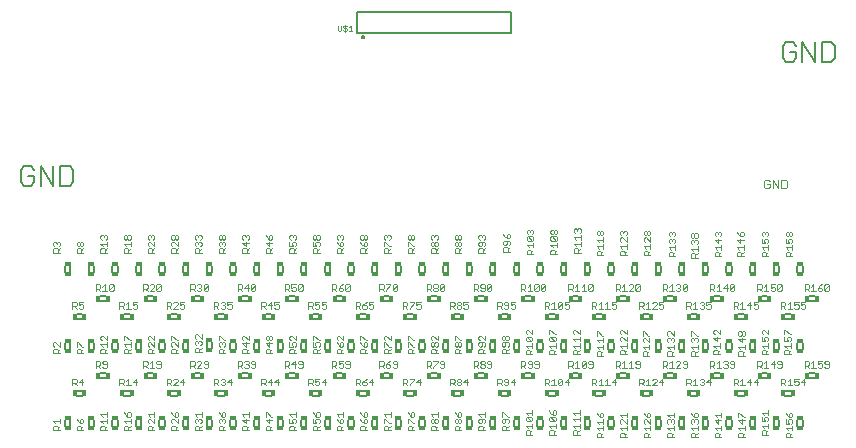
<source format=gto>
G75*
%MOIN*%
%OFA0B0*%
%FSLAX25Y25*%
%IPPOS*%
%LPD*%
%AMOC8*
5,1,8,0,0,1.08239X$1,22.5*
%
%ADD10C,0.00600*%
%ADD11C,0.00300*%
%ADD12R,0.02362X0.01181*%
%ADD13C,0.00200*%
%ADD14R,0.01181X0.02362*%
%ADD15C,0.00800*%
%ADD16C,0.00500*%
D10*
X0082854Y0083513D02*
X0082854Y0085442D01*
X0084618Y0085442D02*
X0084618Y0083513D01*
X0090728Y0083513D02*
X0090728Y0085442D01*
X0092492Y0085442D02*
X0092492Y0083513D01*
X0098602Y0083513D02*
X0098602Y0085442D01*
X0100366Y0085442D02*
X0100366Y0083513D01*
X0106476Y0083513D02*
X0106476Y0085442D01*
X0108240Y0085442D02*
X0108240Y0083513D01*
X0114350Y0083513D02*
X0114350Y0085442D01*
X0116114Y0085442D02*
X0116114Y0083513D01*
X0122224Y0083513D02*
X0122224Y0085442D01*
X0123988Y0085442D02*
X0123988Y0083513D01*
X0130098Y0083513D02*
X0130098Y0085442D01*
X0131862Y0085442D02*
X0131862Y0083513D01*
X0137972Y0083513D02*
X0137972Y0085442D01*
X0139736Y0085442D02*
X0139736Y0083513D01*
X0145846Y0083513D02*
X0145846Y0085442D01*
X0147610Y0085442D02*
X0147610Y0083513D01*
X0153720Y0083513D02*
X0153720Y0085442D01*
X0155484Y0085442D02*
X0155484Y0083513D01*
X0161594Y0083513D02*
X0161594Y0085442D01*
X0163358Y0085442D02*
X0163358Y0083513D01*
X0169469Y0083513D02*
X0169469Y0085442D01*
X0171232Y0085442D02*
X0171232Y0083513D01*
X0177343Y0083513D02*
X0177343Y0085442D01*
X0179106Y0085442D02*
X0179106Y0083513D01*
X0185217Y0083513D02*
X0185217Y0085442D01*
X0186980Y0085442D02*
X0186980Y0083513D01*
X0193091Y0083513D02*
X0193091Y0085442D01*
X0194854Y0085442D02*
X0194854Y0083513D01*
X0200965Y0083513D02*
X0200965Y0085442D01*
X0202728Y0085442D02*
X0202728Y0083513D01*
X0208839Y0083513D02*
X0208839Y0085442D01*
X0210602Y0085442D02*
X0210602Y0083513D01*
X0216713Y0083513D02*
X0216713Y0085442D01*
X0218476Y0085442D02*
X0218476Y0083513D01*
X0224587Y0083513D02*
X0224587Y0085442D01*
X0226350Y0085442D02*
X0226350Y0083513D01*
X0232461Y0083513D02*
X0232461Y0085442D01*
X0234224Y0085442D02*
X0234224Y0083513D01*
X0240335Y0083513D02*
X0240335Y0085442D01*
X0242098Y0085442D02*
X0242098Y0083513D01*
X0248209Y0083513D02*
X0248209Y0085442D01*
X0249972Y0085442D02*
X0249972Y0083513D01*
X0256083Y0083513D02*
X0256083Y0085442D01*
X0257846Y0085442D02*
X0257846Y0083513D01*
X0263957Y0083513D02*
X0263957Y0085442D01*
X0265720Y0085442D02*
X0265720Y0083513D01*
X0271831Y0083513D02*
X0271831Y0085442D01*
X0273594Y0085442D02*
X0273594Y0083513D01*
X0279705Y0083513D02*
X0279705Y0085442D01*
X0281469Y0085442D02*
X0281469Y0083513D01*
X0287579Y0083513D02*
X0287579Y0085442D01*
X0289343Y0085442D02*
X0289343Y0083513D01*
X0295453Y0083513D02*
X0295453Y0085442D01*
X0297217Y0085442D02*
X0297217Y0083513D01*
X0303327Y0083513D02*
X0303327Y0085442D01*
X0305091Y0085442D02*
X0305091Y0083513D01*
X0311201Y0083513D02*
X0311201Y0085442D01*
X0312965Y0085442D02*
X0312965Y0083513D01*
X0319075Y0083513D02*
X0319075Y0085442D01*
X0320839Y0085442D02*
X0320839Y0083513D01*
X0326949Y0083513D02*
X0326949Y0085442D01*
X0328713Y0085442D02*
X0328713Y0083513D01*
X0324858Y0093438D02*
X0322929Y0093438D01*
X0322929Y0095202D02*
X0324858Y0095202D01*
X0330803Y0099343D02*
X0332732Y0099343D01*
X0332732Y0101107D02*
X0330803Y0101107D01*
X0328713Y0109103D02*
X0328713Y0111032D01*
X0326949Y0111032D02*
X0326949Y0109103D01*
X0320839Y0109103D02*
X0320839Y0111032D01*
X0319075Y0111032D02*
X0319075Y0109103D01*
X0312965Y0109103D02*
X0312965Y0111032D01*
X0311201Y0111032D02*
X0311201Y0109103D01*
X0305091Y0109103D02*
X0305091Y0111032D01*
X0303327Y0111032D02*
X0303327Y0109103D01*
X0297217Y0109103D02*
X0297217Y0111032D01*
X0295453Y0111032D02*
X0295453Y0109103D01*
X0289343Y0109103D02*
X0289343Y0111032D01*
X0287579Y0111032D02*
X0287579Y0109103D01*
X0281469Y0109103D02*
X0281469Y0111032D01*
X0279705Y0111032D02*
X0279705Y0109103D01*
X0273594Y0109103D02*
X0273594Y0111032D01*
X0271831Y0111032D02*
X0271831Y0109103D01*
X0265720Y0109103D02*
X0265720Y0111032D01*
X0263957Y0111032D02*
X0263957Y0109103D01*
X0257846Y0109103D02*
X0257846Y0111032D01*
X0256083Y0111032D02*
X0256083Y0109103D01*
X0249972Y0109103D02*
X0249972Y0111032D01*
X0248209Y0111032D02*
X0248209Y0109103D01*
X0242098Y0109103D02*
X0242098Y0111032D01*
X0240335Y0111032D02*
X0240335Y0109103D01*
X0234224Y0109103D02*
X0234224Y0111032D01*
X0232461Y0111032D02*
X0232461Y0109103D01*
X0226350Y0109103D02*
X0226350Y0111032D01*
X0224587Y0111032D02*
X0224587Y0109103D01*
X0218476Y0109103D02*
X0218476Y0111032D01*
X0216713Y0111032D02*
X0216713Y0109103D01*
X0210602Y0109103D02*
X0210602Y0111032D01*
X0208839Y0111032D02*
X0208839Y0109103D01*
X0202728Y0109103D02*
X0202728Y0111032D01*
X0200965Y0111032D02*
X0200965Y0109103D01*
X0194854Y0109103D02*
X0194854Y0111032D01*
X0193091Y0111032D02*
X0193091Y0109103D01*
X0186980Y0109103D02*
X0186980Y0111032D01*
X0185217Y0111032D02*
X0185217Y0109103D01*
X0179106Y0109103D02*
X0179106Y0111032D01*
X0177343Y0111032D02*
X0177343Y0109103D01*
X0171232Y0109103D02*
X0171232Y0111032D01*
X0169469Y0111032D02*
X0169469Y0109103D01*
X0163358Y0109103D02*
X0163358Y0111032D01*
X0161594Y0111032D02*
X0161594Y0109103D01*
X0155484Y0109103D02*
X0155484Y0111032D01*
X0153720Y0111032D02*
X0153720Y0109103D01*
X0147610Y0109103D02*
X0147610Y0111032D01*
X0145846Y0111032D02*
X0145846Y0109103D01*
X0139736Y0109103D02*
X0139736Y0111032D01*
X0137972Y0111032D02*
X0137972Y0109103D01*
X0131862Y0109497D02*
X0131862Y0111426D01*
X0130098Y0111426D02*
X0130098Y0109497D01*
X0123988Y0109103D02*
X0123988Y0111032D01*
X0122224Y0111032D02*
X0122224Y0109103D01*
X0116114Y0109103D02*
X0116114Y0111032D01*
X0114350Y0111032D02*
X0114350Y0109103D01*
X0108240Y0109103D02*
X0108240Y0111032D01*
X0106476Y0111032D02*
X0106476Y0109103D01*
X0100366Y0109103D02*
X0100366Y0111032D01*
X0098602Y0111032D02*
X0098602Y0109103D01*
X0092492Y0109103D02*
X0092492Y0111032D01*
X0090728Y0111032D02*
X0090728Y0109103D01*
X0084618Y0109103D02*
X0084618Y0111032D01*
X0082854Y0111032D02*
X0082854Y0109103D01*
X0086709Y0119028D02*
X0088638Y0119028D01*
X0088638Y0120792D02*
X0086709Y0120792D01*
X0094583Y0124934D02*
X0096512Y0124934D01*
X0096512Y0126698D02*
X0094583Y0126698D01*
X0092492Y0134694D02*
X0092492Y0136623D01*
X0090728Y0136623D02*
X0090728Y0134694D01*
X0084618Y0134694D02*
X0084618Y0136623D01*
X0082854Y0136623D02*
X0082854Y0134694D01*
X0098602Y0134694D02*
X0098602Y0136623D01*
X0100366Y0136623D02*
X0100366Y0134694D01*
X0106476Y0134694D02*
X0106476Y0136623D01*
X0108240Y0136623D02*
X0108240Y0134694D01*
X0114350Y0134694D02*
X0114350Y0136623D01*
X0116114Y0136623D02*
X0116114Y0134694D01*
X0122224Y0134694D02*
X0122224Y0136623D01*
X0123988Y0136623D02*
X0123988Y0134694D01*
X0130098Y0134694D02*
X0130098Y0136623D01*
X0131862Y0136623D02*
X0131862Y0134694D01*
X0137972Y0134694D02*
X0137972Y0136623D01*
X0139736Y0136623D02*
X0139736Y0134694D01*
X0145846Y0134694D02*
X0145846Y0136623D01*
X0147610Y0136623D02*
X0147610Y0134694D01*
X0153720Y0134694D02*
X0153720Y0136623D01*
X0155484Y0136623D02*
X0155484Y0134694D01*
X0161594Y0134694D02*
X0161594Y0136623D01*
X0163358Y0136623D02*
X0163358Y0134694D01*
X0169469Y0134694D02*
X0169469Y0136623D01*
X0171232Y0136623D02*
X0171232Y0134694D01*
X0177343Y0134694D02*
X0177343Y0136623D01*
X0179106Y0136623D02*
X0179106Y0134694D01*
X0185217Y0134694D02*
X0185217Y0136623D01*
X0186980Y0136623D02*
X0186980Y0134694D01*
X0193091Y0134694D02*
X0193091Y0136623D01*
X0194854Y0136623D02*
X0194854Y0134694D01*
X0200965Y0134694D02*
X0200965Y0136623D01*
X0202728Y0136623D02*
X0202728Y0134694D01*
X0208839Y0134694D02*
X0208839Y0136623D01*
X0210602Y0136623D02*
X0210602Y0134694D01*
X0216713Y0134694D02*
X0216713Y0136623D01*
X0218476Y0136623D02*
X0218476Y0134694D01*
X0224587Y0134694D02*
X0224587Y0136623D01*
X0226350Y0136623D02*
X0226350Y0134694D01*
X0232461Y0134694D02*
X0232461Y0136623D01*
X0234224Y0136623D02*
X0234224Y0134694D01*
X0240335Y0134694D02*
X0240335Y0136623D01*
X0242098Y0136623D02*
X0242098Y0134694D01*
X0248209Y0134694D02*
X0248209Y0136623D01*
X0249972Y0136623D02*
X0249972Y0134694D01*
X0256083Y0134694D02*
X0256083Y0136623D01*
X0257846Y0136623D02*
X0257846Y0134694D01*
X0263957Y0134694D02*
X0263957Y0136623D01*
X0265720Y0136623D02*
X0265720Y0134694D01*
X0271831Y0134694D02*
X0271831Y0136623D01*
X0273594Y0136623D02*
X0273594Y0134694D01*
X0279705Y0134694D02*
X0279705Y0136623D01*
X0281469Y0136623D02*
X0281469Y0134694D01*
X0287579Y0134694D02*
X0287579Y0136623D01*
X0289343Y0136623D02*
X0289343Y0134694D01*
X0295453Y0134694D02*
X0295453Y0136623D01*
X0297217Y0136623D02*
X0297217Y0134694D01*
X0303327Y0134694D02*
X0303327Y0136623D01*
X0305091Y0136623D02*
X0305091Y0134694D01*
X0311201Y0134694D02*
X0311201Y0136623D01*
X0312965Y0136623D02*
X0312965Y0134694D01*
X0319075Y0134694D02*
X0319075Y0136623D01*
X0320839Y0136623D02*
X0320839Y0134694D01*
X0326949Y0134694D02*
X0326949Y0136623D01*
X0328713Y0136623D02*
X0328713Y0134694D01*
X0330803Y0126698D02*
X0332732Y0126698D01*
X0332732Y0124934D02*
X0330803Y0124934D01*
X0324858Y0120792D02*
X0322929Y0120792D01*
X0322929Y0119028D02*
X0324858Y0119028D01*
X0316984Y0124934D02*
X0315055Y0124934D01*
X0315055Y0126698D02*
X0316984Y0126698D01*
X0309110Y0120792D02*
X0307181Y0120792D01*
X0307181Y0119028D02*
X0309110Y0119028D01*
X0301236Y0124934D02*
X0299307Y0124934D01*
X0299307Y0126698D02*
X0301236Y0126698D01*
X0293362Y0120792D02*
X0291433Y0120792D01*
X0291433Y0119028D02*
X0293362Y0119028D01*
X0285488Y0124934D02*
X0283559Y0124934D01*
X0283559Y0126698D02*
X0285488Y0126698D01*
X0277614Y0120792D02*
X0275685Y0120792D01*
X0275685Y0119028D02*
X0277614Y0119028D01*
X0269740Y0124934D02*
X0267811Y0124934D01*
X0267811Y0126698D02*
X0269740Y0126698D01*
X0261866Y0120792D02*
X0259937Y0120792D01*
X0259937Y0119028D02*
X0261866Y0119028D01*
X0253992Y0124934D02*
X0252063Y0124934D01*
X0252063Y0126698D02*
X0253992Y0126698D01*
X0246118Y0120792D02*
X0244189Y0120792D01*
X0244189Y0119028D02*
X0246118Y0119028D01*
X0238244Y0124934D02*
X0236315Y0124934D01*
X0236315Y0126698D02*
X0238244Y0126698D01*
X0230370Y0120792D02*
X0228441Y0120792D01*
X0228441Y0119028D02*
X0230370Y0119028D01*
X0222496Y0124934D02*
X0220567Y0124934D01*
X0220567Y0126698D02*
X0222496Y0126698D01*
X0214622Y0120792D02*
X0212693Y0120792D01*
X0212693Y0119028D02*
X0214622Y0119028D01*
X0206748Y0124934D02*
X0204819Y0124934D01*
X0204819Y0126698D02*
X0206748Y0126698D01*
X0198874Y0120792D02*
X0196945Y0120792D01*
X0196945Y0119028D02*
X0198874Y0119028D01*
X0191000Y0124934D02*
X0189071Y0124934D01*
X0189071Y0126698D02*
X0191000Y0126698D01*
X0183126Y0120792D02*
X0181197Y0120792D01*
X0181197Y0119028D02*
X0183126Y0119028D01*
X0175252Y0124934D02*
X0173323Y0124934D01*
X0173323Y0126698D02*
X0175252Y0126698D01*
X0167378Y0120792D02*
X0165449Y0120792D01*
X0165449Y0119028D02*
X0167378Y0119028D01*
X0159504Y0124934D02*
X0157575Y0124934D01*
X0157575Y0126698D02*
X0159504Y0126698D01*
X0151630Y0120792D02*
X0149701Y0120792D01*
X0149701Y0119028D02*
X0151630Y0119028D01*
X0143756Y0124934D02*
X0141827Y0124934D01*
X0141827Y0126698D02*
X0143756Y0126698D01*
X0135882Y0120792D02*
X0133953Y0120792D01*
X0133953Y0119028D02*
X0135882Y0119028D01*
X0128008Y0124934D02*
X0126079Y0124934D01*
X0126079Y0126698D02*
X0128008Y0126698D01*
X0120134Y0120792D02*
X0118205Y0120792D01*
X0118205Y0119028D02*
X0120134Y0119028D01*
X0112260Y0124934D02*
X0110331Y0124934D01*
X0110331Y0126698D02*
X0112260Y0126698D01*
X0104386Y0120792D02*
X0102457Y0120792D01*
X0102457Y0119028D02*
X0104386Y0119028D01*
X0110331Y0101107D02*
X0112260Y0101107D01*
X0112260Y0099343D02*
X0110331Y0099343D01*
X0104386Y0095202D02*
X0102457Y0095202D01*
X0102457Y0093438D02*
X0104386Y0093438D01*
X0096512Y0099343D02*
X0094583Y0099343D01*
X0094583Y0101107D02*
X0096512Y0101107D01*
X0088638Y0095202D02*
X0086709Y0095202D01*
X0086709Y0093438D02*
X0088638Y0093438D01*
X0118205Y0093438D02*
X0120134Y0093438D01*
X0120134Y0095202D02*
X0118205Y0095202D01*
X0126079Y0099343D02*
X0128008Y0099343D01*
X0128008Y0101107D02*
X0126079Y0101107D01*
X0133953Y0095202D02*
X0135882Y0095202D01*
X0135882Y0093438D02*
X0133953Y0093438D01*
X0141827Y0099343D02*
X0143756Y0099343D01*
X0143756Y0101107D02*
X0141827Y0101107D01*
X0149701Y0095202D02*
X0151630Y0095202D01*
X0151630Y0093438D02*
X0149701Y0093438D01*
X0157575Y0099343D02*
X0159504Y0099343D01*
X0159504Y0101107D02*
X0157575Y0101107D01*
X0165449Y0095202D02*
X0167378Y0095202D01*
X0167378Y0093438D02*
X0165449Y0093438D01*
X0173323Y0099343D02*
X0175252Y0099343D01*
X0175252Y0101107D02*
X0173323Y0101107D01*
X0181197Y0095202D02*
X0183126Y0095202D01*
X0183126Y0093438D02*
X0181197Y0093438D01*
X0189071Y0099343D02*
X0191000Y0099343D01*
X0191000Y0101107D02*
X0189071Y0101107D01*
X0196945Y0095202D02*
X0198874Y0095202D01*
X0198874Y0093438D02*
X0196945Y0093438D01*
X0204819Y0099343D02*
X0206748Y0099343D01*
X0206748Y0101107D02*
X0204819Y0101107D01*
X0212693Y0095202D02*
X0214622Y0095202D01*
X0214622Y0093438D02*
X0212693Y0093438D01*
X0220567Y0099343D02*
X0222496Y0099343D01*
X0222496Y0101107D02*
X0220567Y0101107D01*
X0228441Y0095202D02*
X0230370Y0095202D01*
X0230370Y0093438D02*
X0228441Y0093438D01*
X0236315Y0099343D02*
X0238244Y0099343D01*
X0238244Y0101107D02*
X0236315Y0101107D01*
X0244189Y0095202D02*
X0246118Y0095202D01*
X0246118Y0093438D02*
X0244189Y0093438D01*
X0252063Y0099343D02*
X0253992Y0099343D01*
X0253992Y0101107D02*
X0252063Y0101107D01*
X0259937Y0095202D02*
X0261866Y0095202D01*
X0261866Y0093438D02*
X0259937Y0093438D01*
X0267811Y0099343D02*
X0269740Y0099343D01*
X0269740Y0101107D02*
X0267811Y0101107D01*
X0275685Y0095202D02*
X0277614Y0095202D01*
X0277614Y0093438D02*
X0275685Y0093438D01*
X0283559Y0099343D02*
X0285488Y0099343D01*
X0285488Y0101107D02*
X0283559Y0101107D01*
X0291433Y0095202D02*
X0293362Y0095202D01*
X0293362Y0093438D02*
X0291433Y0093438D01*
X0299307Y0099343D02*
X0301236Y0099343D01*
X0301236Y0101107D02*
X0299307Y0101107D01*
X0307181Y0095202D02*
X0309110Y0095202D01*
X0309110Y0093438D02*
X0307181Y0093438D01*
X0315055Y0099343D02*
X0316984Y0099343D01*
X0316984Y0101107D02*
X0315055Y0101107D01*
X0323293Y0204856D02*
X0322225Y0205923D01*
X0322225Y0210194D01*
X0323293Y0211261D01*
X0325428Y0211261D01*
X0326496Y0210194D01*
X0326496Y0208059D02*
X0324360Y0208059D01*
X0326496Y0208059D02*
X0326496Y0205923D01*
X0325428Y0204856D01*
X0323293Y0204856D01*
X0328671Y0204856D02*
X0328671Y0211261D01*
X0332941Y0204856D01*
X0332941Y0211261D01*
X0335116Y0211261D02*
X0338319Y0211261D01*
X0339387Y0210194D01*
X0339387Y0205923D01*
X0338319Y0204856D01*
X0335116Y0204856D01*
X0335116Y0211261D01*
X0085449Y0168855D02*
X0085449Y0164585D01*
X0084382Y0163517D01*
X0081179Y0163517D01*
X0081179Y0169923D01*
X0084382Y0169923D01*
X0085449Y0168855D01*
X0079004Y0169923D02*
X0079004Y0163517D01*
X0074734Y0169923D01*
X0074734Y0163517D01*
X0072559Y0164585D02*
X0072559Y0166720D01*
X0070423Y0166720D01*
X0068288Y0168855D02*
X0068288Y0164585D01*
X0069356Y0163517D01*
X0071491Y0163517D01*
X0072559Y0164585D01*
X0072559Y0168855D02*
X0071491Y0169923D01*
X0069356Y0169923D01*
X0068288Y0168855D01*
D11*
X0315776Y0164999D02*
X0315776Y0163064D01*
X0316260Y0162580D01*
X0317227Y0162580D01*
X0317711Y0163064D01*
X0317711Y0164031D01*
X0316743Y0164031D01*
X0315776Y0164999D02*
X0316260Y0165482D01*
X0317227Y0165482D01*
X0317711Y0164999D01*
X0318723Y0165482D02*
X0320657Y0162580D01*
X0320657Y0165482D01*
X0321669Y0165482D02*
X0323120Y0165482D01*
X0323604Y0164999D01*
X0323604Y0163064D01*
X0323120Y0162580D01*
X0321669Y0162580D01*
X0321669Y0165482D01*
X0318723Y0165482D02*
X0318723Y0162580D01*
D12*
X0319976Y0137268D03*
X0319976Y0134068D03*
X0327850Y0134068D03*
X0327850Y0137268D03*
X0312102Y0137268D03*
X0312102Y0134068D03*
X0304228Y0134068D03*
X0304228Y0137268D03*
X0296354Y0137268D03*
X0296354Y0134068D03*
X0288480Y0134068D03*
X0288480Y0137268D03*
X0280606Y0137268D03*
X0280606Y0134068D03*
X0272732Y0134068D03*
X0272732Y0137268D03*
X0264858Y0137268D03*
X0264858Y0134068D03*
X0256984Y0134068D03*
X0256984Y0137268D03*
X0249110Y0137268D03*
X0249110Y0134068D03*
X0241236Y0134068D03*
X0241236Y0137268D03*
X0233362Y0137268D03*
X0233362Y0134068D03*
X0225488Y0134068D03*
X0225488Y0137268D03*
X0217614Y0137268D03*
X0217614Y0134068D03*
X0209740Y0134068D03*
X0209740Y0137268D03*
X0201866Y0137268D03*
X0201866Y0134068D03*
X0193992Y0134068D03*
X0193992Y0137268D03*
X0186118Y0137268D03*
X0186118Y0134068D03*
X0178244Y0134068D03*
X0178244Y0137268D03*
X0170369Y0137268D03*
X0170369Y0134068D03*
X0162495Y0134068D03*
X0162495Y0137268D03*
X0154621Y0137268D03*
X0154621Y0134068D03*
X0146747Y0134068D03*
X0146747Y0137268D03*
X0138873Y0137268D03*
X0138873Y0134068D03*
X0130999Y0134068D03*
X0130999Y0137268D03*
X0123125Y0137268D03*
X0123125Y0134068D03*
X0115251Y0134068D03*
X0115251Y0137268D03*
X0107377Y0137268D03*
X0107377Y0134068D03*
X0099503Y0134068D03*
X0099503Y0137268D03*
X0091629Y0137268D03*
X0091629Y0134068D03*
X0083755Y0134068D03*
X0083755Y0137268D03*
X0083755Y0111677D03*
X0083755Y0108477D03*
X0091629Y0108477D03*
X0091629Y0111677D03*
X0099503Y0111677D03*
X0099503Y0108477D03*
X0107377Y0108477D03*
X0107377Y0111677D03*
X0115251Y0111677D03*
X0115251Y0108477D03*
X0123125Y0108477D03*
X0123125Y0111677D03*
X0130999Y0112071D03*
X0130999Y0108871D03*
X0138873Y0108477D03*
X0138873Y0111677D03*
X0146747Y0111677D03*
X0146747Y0108477D03*
X0154621Y0108477D03*
X0154621Y0111677D03*
X0162495Y0111677D03*
X0162495Y0108477D03*
X0170369Y0108477D03*
X0170369Y0111677D03*
X0178244Y0111677D03*
X0178244Y0108477D03*
X0186118Y0108477D03*
X0186118Y0111677D03*
X0193992Y0111677D03*
X0193992Y0108477D03*
X0201866Y0108477D03*
X0201866Y0111677D03*
X0209740Y0111677D03*
X0209740Y0108477D03*
X0217614Y0108477D03*
X0217614Y0111677D03*
X0225488Y0111677D03*
X0225488Y0108477D03*
X0233362Y0108477D03*
X0233362Y0111677D03*
X0241236Y0111677D03*
X0241236Y0108477D03*
X0249110Y0108477D03*
X0249110Y0111677D03*
X0256984Y0111677D03*
X0256984Y0108477D03*
X0264858Y0108477D03*
X0264858Y0111677D03*
X0272732Y0111677D03*
X0272732Y0108477D03*
X0280606Y0108477D03*
X0280606Y0111677D03*
X0288480Y0111677D03*
X0288480Y0108477D03*
X0296354Y0108477D03*
X0296354Y0111677D03*
X0304228Y0111677D03*
X0304228Y0108477D03*
X0312102Y0108477D03*
X0312102Y0111677D03*
X0319976Y0111677D03*
X0319976Y0108477D03*
X0327850Y0108477D03*
X0327850Y0111677D03*
X0327850Y0086087D03*
X0327850Y0082887D03*
X0319976Y0082887D03*
X0319976Y0086087D03*
X0312102Y0086087D03*
X0312102Y0082887D03*
X0304228Y0082887D03*
X0304228Y0086087D03*
X0296354Y0086087D03*
X0296354Y0082887D03*
X0288480Y0082887D03*
X0288480Y0086087D03*
X0280606Y0086087D03*
X0280606Y0082887D03*
X0272732Y0082887D03*
X0272732Y0086087D03*
X0264858Y0086087D03*
X0264858Y0082887D03*
X0256984Y0082887D03*
X0256984Y0086087D03*
X0249110Y0086087D03*
X0249110Y0082887D03*
X0241236Y0082887D03*
X0241236Y0086087D03*
X0233362Y0086087D03*
X0233362Y0082887D03*
X0225488Y0082887D03*
X0225488Y0086087D03*
X0217614Y0086087D03*
X0217614Y0082887D03*
X0209740Y0082887D03*
X0209740Y0086087D03*
X0201866Y0086087D03*
X0201866Y0082887D03*
X0193992Y0082887D03*
X0193992Y0086087D03*
X0186118Y0086087D03*
X0186118Y0082887D03*
X0178244Y0082887D03*
X0178244Y0086087D03*
X0170369Y0086087D03*
X0170369Y0082887D03*
X0162495Y0082887D03*
X0162495Y0086087D03*
X0154621Y0086087D03*
X0154621Y0082887D03*
X0146747Y0082887D03*
X0146747Y0086087D03*
X0138873Y0086087D03*
X0138873Y0082887D03*
X0130999Y0082887D03*
X0130999Y0086087D03*
X0123125Y0086087D03*
X0123125Y0082887D03*
X0115251Y0082887D03*
X0115251Y0086087D03*
X0107377Y0086087D03*
X0107377Y0082887D03*
X0099503Y0082887D03*
X0099503Y0086087D03*
X0091629Y0086087D03*
X0091629Y0082887D03*
X0083755Y0082887D03*
X0083755Y0086087D03*
D13*
X0078934Y0083178D02*
X0078934Y0082077D01*
X0081136Y0082077D01*
X0080402Y0082077D02*
X0080402Y0083178D01*
X0080035Y0083545D01*
X0079301Y0083545D01*
X0078934Y0083178D01*
X0079668Y0084287D02*
X0078934Y0085021D01*
X0081136Y0085021D01*
X0081136Y0084287D02*
X0081136Y0085755D01*
X0081136Y0083545D02*
X0080402Y0082811D01*
X0086808Y0083178D02*
X0087175Y0083545D01*
X0087909Y0083545D01*
X0088276Y0083178D01*
X0088276Y0082077D01*
X0088276Y0082811D02*
X0089010Y0083545D01*
X0088643Y0084287D02*
X0089010Y0084654D01*
X0089010Y0085388D01*
X0088643Y0085755D01*
X0088276Y0085755D01*
X0087909Y0085388D01*
X0087909Y0084287D01*
X0088643Y0084287D01*
X0087909Y0084287D02*
X0087175Y0085021D01*
X0086808Y0085755D01*
X0086808Y0083178D02*
X0086808Y0082077D01*
X0089010Y0082077D01*
X0094682Y0082077D02*
X0094682Y0083178D01*
X0095049Y0083545D01*
X0095783Y0083545D01*
X0096150Y0083178D01*
X0096150Y0082077D01*
X0096150Y0082811D02*
X0096884Y0083545D01*
X0096884Y0084287D02*
X0096884Y0085755D01*
X0096884Y0085021D02*
X0094682Y0085021D01*
X0095416Y0084287D01*
X0095416Y0086497D02*
X0094682Y0087231D01*
X0096884Y0087231D01*
X0096884Y0086497D02*
X0096884Y0087965D01*
X0102556Y0087965D02*
X0102923Y0087231D01*
X0103657Y0086497D01*
X0103657Y0087598D01*
X0104024Y0087965D01*
X0104391Y0087965D01*
X0104758Y0087598D01*
X0104758Y0086864D01*
X0104391Y0086497D01*
X0103657Y0086497D01*
X0104758Y0085755D02*
X0104758Y0084287D01*
X0104758Y0085021D02*
X0102556Y0085021D01*
X0103290Y0084287D01*
X0102923Y0083545D02*
X0103657Y0083545D01*
X0104024Y0083178D01*
X0104024Y0082077D01*
X0104024Y0082811D02*
X0104758Y0083545D01*
X0104758Y0082077D02*
X0102556Y0082077D01*
X0102556Y0083178D01*
X0102923Y0083545D01*
X0096884Y0082077D02*
X0094682Y0082077D01*
X0110430Y0082077D02*
X0110430Y0083178D01*
X0110797Y0083545D01*
X0111531Y0083545D01*
X0111898Y0083178D01*
X0111898Y0082077D01*
X0111898Y0082811D02*
X0112632Y0083545D01*
X0112632Y0084287D02*
X0111164Y0085755D01*
X0110797Y0085755D01*
X0110430Y0085388D01*
X0110430Y0084654D01*
X0110797Y0084287D01*
X0112632Y0084287D02*
X0112632Y0085755D01*
X0112632Y0086497D02*
X0112632Y0087965D01*
X0112632Y0087231D02*
X0110430Y0087231D01*
X0111164Y0086497D01*
X0110430Y0082077D02*
X0112632Y0082077D01*
X0118304Y0082077D02*
X0118304Y0083178D01*
X0118671Y0083545D01*
X0119405Y0083545D01*
X0119772Y0083178D01*
X0119772Y0082077D01*
X0119772Y0082811D02*
X0120506Y0083545D01*
X0120506Y0084287D02*
X0119038Y0085755D01*
X0118671Y0085755D01*
X0118304Y0085388D01*
X0118304Y0084654D01*
X0118671Y0084287D01*
X0120506Y0084287D02*
X0120506Y0085755D01*
X0120139Y0086497D02*
X0119405Y0086497D01*
X0119405Y0087598D01*
X0119772Y0087965D01*
X0120139Y0087965D01*
X0120506Y0087598D01*
X0120506Y0086864D01*
X0120139Y0086497D01*
X0119405Y0086497D02*
X0118671Y0087231D01*
X0118304Y0087965D01*
X0118304Y0082077D02*
X0120506Y0082077D01*
X0126178Y0082077D02*
X0126178Y0083178D01*
X0126545Y0083545D01*
X0127279Y0083545D01*
X0127646Y0083178D01*
X0127646Y0082077D01*
X0127646Y0082811D02*
X0128380Y0083545D01*
X0128013Y0084287D02*
X0128380Y0084654D01*
X0128380Y0085388D01*
X0128013Y0085755D01*
X0127646Y0085755D01*
X0127279Y0085388D01*
X0127279Y0085021D01*
X0127279Y0085388D02*
X0126912Y0085755D01*
X0126545Y0085755D01*
X0126178Y0085388D01*
X0126178Y0084654D01*
X0126545Y0084287D01*
X0126178Y0082077D02*
X0128380Y0082077D01*
X0134052Y0082077D02*
X0134052Y0083178D01*
X0134419Y0083545D01*
X0135153Y0083545D01*
X0135520Y0083178D01*
X0135520Y0082077D01*
X0135520Y0082811D02*
X0136254Y0083545D01*
X0135887Y0084287D02*
X0136254Y0084654D01*
X0136254Y0085388D01*
X0135887Y0085755D01*
X0135520Y0085755D01*
X0135153Y0085388D01*
X0135153Y0085021D01*
X0135153Y0085388D02*
X0134786Y0085755D01*
X0134419Y0085755D01*
X0134052Y0085388D01*
X0134052Y0084654D01*
X0134419Y0084287D01*
X0134052Y0082077D02*
X0136254Y0082077D01*
X0135887Y0086497D02*
X0136254Y0086864D01*
X0136254Y0087598D01*
X0135887Y0087965D01*
X0135520Y0087965D01*
X0135153Y0087598D01*
X0135153Y0086497D01*
X0135887Y0086497D01*
X0135153Y0086497D02*
X0134419Y0087231D01*
X0134052Y0087965D01*
X0128380Y0087965D02*
X0128380Y0086497D01*
X0128380Y0087231D02*
X0126178Y0087231D01*
X0126912Y0086497D01*
X0122290Y0096920D02*
X0122290Y0099122D01*
X0121189Y0098021D01*
X0122657Y0098021D01*
X0120447Y0098388D02*
X0120447Y0098755D01*
X0120080Y0099122D01*
X0119346Y0099122D01*
X0118979Y0098755D01*
X0118237Y0098755D02*
X0118237Y0098021D01*
X0117870Y0097654D01*
X0116769Y0097654D01*
X0117503Y0097654D02*
X0118237Y0096920D01*
X0118979Y0096920D02*
X0120447Y0098388D01*
X0120447Y0096920D02*
X0118979Y0096920D01*
X0118237Y0098755D02*
X0117870Y0099122D01*
X0116769Y0099122D01*
X0116769Y0096920D01*
X0114416Y0102825D02*
X0114783Y0103192D01*
X0114783Y0104660D01*
X0114416Y0105027D01*
X0113682Y0105027D01*
X0113315Y0104660D01*
X0113315Y0104293D01*
X0113682Y0103926D01*
X0114783Y0103926D01*
X0114416Y0102825D02*
X0113682Y0102825D01*
X0113315Y0103192D01*
X0112573Y0102825D02*
X0111105Y0102825D01*
X0111839Y0102825D02*
X0111839Y0105027D01*
X0111105Y0104293D01*
X0110363Y0103926D02*
X0109996Y0103559D01*
X0108895Y0103559D01*
X0108895Y0102825D02*
X0108895Y0105027D01*
X0109996Y0105027D01*
X0110363Y0104660D01*
X0110363Y0103926D01*
X0109629Y0103559D02*
X0110363Y0102825D01*
X0106542Y0099122D02*
X0105441Y0098021D01*
X0106909Y0098021D01*
X0106542Y0096920D02*
X0106542Y0099122D01*
X0103965Y0099122D02*
X0103965Y0096920D01*
X0103231Y0096920D02*
X0104699Y0096920D01*
X0103231Y0098388D02*
X0103965Y0099122D01*
X0102489Y0098755D02*
X0102489Y0098021D01*
X0102122Y0097654D01*
X0101021Y0097654D01*
X0101755Y0097654D02*
X0102489Y0096920D01*
X0101021Y0096920D02*
X0101021Y0099122D01*
X0102122Y0099122D01*
X0102489Y0098755D01*
X0096825Y0103192D02*
X0096825Y0104660D01*
X0096458Y0105027D01*
X0095724Y0105027D01*
X0095357Y0104660D01*
X0095357Y0104293D01*
X0095724Y0103926D01*
X0096825Y0103926D01*
X0096825Y0103192D02*
X0096458Y0102825D01*
X0095724Y0102825D01*
X0095357Y0103192D01*
X0094615Y0102825D02*
X0093881Y0103559D01*
X0094248Y0103559D02*
X0093147Y0103559D01*
X0093147Y0102825D02*
X0093147Y0105027D01*
X0094248Y0105027D01*
X0094615Y0104660D01*
X0094615Y0103926D01*
X0094248Y0103559D01*
X0088584Y0099122D02*
X0087483Y0098021D01*
X0088951Y0098021D01*
X0088584Y0096920D02*
X0088584Y0099122D01*
X0086741Y0098755D02*
X0086741Y0098021D01*
X0086374Y0097654D01*
X0085273Y0097654D01*
X0086007Y0097654D02*
X0086741Y0096920D01*
X0085273Y0096920D02*
X0085273Y0099122D01*
X0086374Y0099122D01*
X0086741Y0098755D01*
X0086808Y0107668D02*
X0086808Y0108769D01*
X0087175Y0109136D01*
X0087909Y0109136D01*
X0088276Y0108769D01*
X0088276Y0107668D01*
X0088276Y0108402D02*
X0089010Y0109136D01*
X0089010Y0109878D02*
X0088643Y0109878D01*
X0087175Y0111346D01*
X0086808Y0111346D01*
X0086808Y0109878D01*
X0086808Y0107668D02*
X0089010Y0107668D01*
X0094682Y0107668D02*
X0094682Y0108769D01*
X0095049Y0109136D01*
X0095783Y0109136D01*
X0096150Y0108769D01*
X0096150Y0107668D01*
X0096150Y0108402D02*
X0096884Y0109136D01*
X0096884Y0109878D02*
X0096884Y0111346D01*
X0096884Y0110612D02*
X0094682Y0110612D01*
X0095416Y0109878D01*
X0095049Y0112087D02*
X0094682Y0112454D01*
X0094682Y0113188D01*
X0095049Y0113555D01*
X0095416Y0113555D01*
X0096884Y0112087D01*
X0096884Y0113555D01*
X0102556Y0113555D02*
X0102556Y0112087D01*
X0102556Y0113555D02*
X0102923Y0113555D01*
X0104391Y0112087D01*
X0104758Y0112087D01*
X0104758Y0111346D02*
X0104758Y0109878D01*
X0104758Y0110612D02*
X0102556Y0110612D01*
X0103290Y0109878D01*
X0102923Y0109136D02*
X0103657Y0109136D01*
X0104024Y0108769D01*
X0104024Y0107668D01*
X0104024Y0108402D02*
X0104758Y0109136D01*
X0104758Y0107668D02*
X0102556Y0107668D01*
X0102556Y0108769D01*
X0102923Y0109136D01*
X0096884Y0107668D02*
X0094682Y0107668D01*
X0081136Y0107668D02*
X0078934Y0107668D01*
X0078934Y0108769D01*
X0079301Y0109136D01*
X0080035Y0109136D01*
X0080402Y0108769D01*
X0080402Y0107668D01*
X0080402Y0108402D02*
X0081136Y0109136D01*
X0081136Y0109878D02*
X0079668Y0111346D01*
X0079301Y0111346D01*
X0078934Y0110979D01*
X0078934Y0110245D01*
X0079301Y0109878D01*
X0081136Y0109878D02*
X0081136Y0111346D01*
X0085273Y0122510D02*
X0085273Y0124712D01*
X0086374Y0124712D01*
X0086741Y0124345D01*
X0086741Y0123611D01*
X0086374Y0123244D01*
X0085273Y0123244D01*
X0086007Y0123244D02*
X0086741Y0122510D01*
X0087483Y0122877D02*
X0087850Y0122510D01*
X0088584Y0122510D01*
X0088951Y0122877D01*
X0088951Y0123611D01*
X0088584Y0123978D01*
X0088217Y0123978D01*
X0087483Y0123611D01*
X0087483Y0124712D01*
X0088951Y0124712D01*
X0093147Y0128416D02*
X0093147Y0130618D01*
X0094248Y0130618D01*
X0094615Y0130251D01*
X0094615Y0129517D01*
X0094248Y0129150D01*
X0093147Y0129150D01*
X0093881Y0129150D02*
X0094615Y0128416D01*
X0095357Y0128416D02*
X0096825Y0128416D01*
X0096091Y0128416D02*
X0096091Y0130618D01*
X0095357Y0129884D01*
X0097567Y0130251D02*
X0097934Y0130618D01*
X0098668Y0130618D01*
X0099035Y0130251D01*
X0097567Y0128783D01*
X0097934Y0128416D01*
X0098668Y0128416D01*
X0099035Y0128783D01*
X0099035Y0130251D01*
X0097567Y0130251D02*
X0097567Y0128783D01*
X0101021Y0124712D02*
X0102122Y0124712D01*
X0102489Y0124345D01*
X0102489Y0123611D01*
X0102122Y0123244D01*
X0101021Y0123244D01*
X0101021Y0122510D02*
X0101021Y0124712D01*
X0101755Y0123244D02*
X0102489Y0122510D01*
X0103231Y0122510D02*
X0104699Y0122510D01*
X0103965Y0122510D02*
X0103965Y0124712D01*
X0103231Y0123978D01*
X0105441Y0123611D02*
X0106175Y0123978D01*
X0106542Y0123978D01*
X0106909Y0123611D01*
X0106909Y0122877D01*
X0106542Y0122510D01*
X0105808Y0122510D01*
X0105441Y0122877D01*
X0105441Y0123611D02*
X0105441Y0124712D01*
X0106909Y0124712D01*
X0108895Y0128416D02*
X0108895Y0130618D01*
X0109996Y0130618D01*
X0110363Y0130251D01*
X0110363Y0129517D01*
X0109996Y0129150D01*
X0108895Y0129150D01*
X0109629Y0129150D02*
X0110363Y0128416D01*
X0111105Y0128416D02*
X0112573Y0129884D01*
X0112573Y0130251D01*
X0112206Y0130618D01*
X0111472Y0130618D01*
X0111105Y0130251D01*
X0111105Y0128416D02*
X0112573Y0128416D01*
X0113315Y0128783D02*
X0114783Y0130251D01*
X0114783Y0128783D01*
X0114416Y0128416D01*
X0113682Y0128416D01*
X0113315Y0128783D01*
X0113315Y0130251D01*
X0113682Y0130618D01*
X0114416Y0130618D01*
X0114783Y0130251D01*
X0116769Y0124712D02*
X0117870Y0124712D01*
X0118237Y0124345D01*
X0118237Y0123611D01*
X0117870Y0123244D01*
X0116769Y0123244D01*
X0116769Y0122510D02*
X0116769Y0124712D01*
X0117503Y0123244D02*
X0118237Y0122510D01*
X0118979Y0122510D02*
X0120447Y0123978D01*
X0120447Y0124345D01*
X0120080Y0124712D01*
X0119346Y0124712D01*
X0118979Y0124345D01*
X0118979Y0122510D02*
X0120447Y0122510D01*
X0121189Y0122877D02*
X0121556Y0122510D01*
X0122290Y0122510D01*
X0122657Y0122877D01*
X0122657Y0123611D01*
X0122290Y0123978D01*
X0121923Y0123978D01*
X0121189Y0123611D01*
X0121189Y0124712D01*
X0122657Y0124712D01*
X0124643Y0128416D02*
X0124643Y0130618D01*
X0125744Y0130618D01*
X0126111Y0130251D01*
X0126111Y0129517D01*
X0125744Y0129150D01*
X0124643Y0129150D01*
X0125377Y0129150D02*
X0126111Y0128416D01*
X0126853Y0128783D02*
X0127220Y0128416D01*
X0127954Y0128416D01*
X0128321Y0128783D01*
X0128321Y0129150D01*
X0127954Y0129517D01*
X0127587Y0129517D01*
X0127954Y0129517D02*
X0128321Y0129884D01*
X0128321Y0130251D01*
X0127954Y0130618D01*
X0127220Y0130618D01*
X0126853Y0130251D01*
X0129063Y0130251D02*
X0129063Y0128783D01*
X0130531Y0130251D01*
X0130531Y0128783D01*
X0130164Y0128416D01*
X0129430Y0128416D01*
X0129063Y0128783D01*
X0129063Y0130251D02*
X0129430Y0130618D01*
X0130164Y0130618D01*
X0130531Y0130251D01*
X0132517Y0124712D02*
X0133618Y0124712D01*
X0133985Y0124345D01*
X0133985Y0123611D01*
X0133618Y0123244D01*
X0132517Y0123244D01*
X0132517Y0122510D02*
X0132517Y0124712D01*
X0133251Y0123244D02*
X0133985Y0122510D01*
X0134727Y0122877D02*
X0135094Y0122510D01*
X0135828Y0122510D01*
X0136195Y0122877D01*
X0136195Y0123244D01*
X0135828Y0123611D01*
X0135461Y0123611D01*
X0135828Y0123611D02*
X0136195Y0123978D01*
X0136195Y0124345D01*
X0135828Y0124712D01*
X0135094Y0124712D01*
X0134727Y0124345D01*
X0136937Y0124712D02*
X0136937Y0123611D01*
X0137671Y0123978D01*
X0138038Y0123978D01*
X0138405Y0123611D01*
X0138405Y0122877D01*
X0138038Y0122510D01*
X0137304Y0122510D01*
X0136937Y0122877D01*
X0136937Y0124712D02*
X0138405Y0124712D01*
X0140391Y0128416D02*
X0140391Y0130618D01*
X0141492Y0130618D01*
X0141859Y0130251D01*
X0141859Y0129517D01*
X0141492Y0129150D01*
X0140391Y0129150D01*
X0141125Y0129150D02*
X0141859Y0128416D01*
X0142601Y0129517D02*
X0144069Y0129517D01*
X0144811Y0130251D02*
X0145178Y0130618D01*
X0145912Y0130618D01*
X0146279Y0130251D01*
X0144811Y0128783D01*
X0145178Y0128416D01*
X0145912Y0128416D01*
X0146279Y0128783D01*
X0146279Y0130251D01*
X0144811Y0130251D02*
X0144811Y0128783D01*
X0143702Y0128416D02*
X0143702Y0130618D01*
X0142601Y0129517D01*
X0148265Y0124712D02*
X0149366Y0124712D01*
X0149733Y0124345D01*
X0149733Y0123611D01*
X0149366Y0123244D01*
X0148265Y0123244D01*
X0148265Y0122510D02*
X0148265Y0124712D01*
X0148999Y0123244D02*
X0149733Y0122510D01*
X0150475Y0123611D02*
X0151943Y0123611D01*
X0152685Y0123611D02*
X0153419Y0123978D01*
X0153786Y0123978D01*
X0154153Y0123611D01*
X0154153Y0122877D01*
X0153786Y0122510D01*
X0153052Y0122510D01*
X0152685Y0122877D01*
X0152685Y0123611D02*
X0152685Y0124712D01*
X0154153Y0124712D01*
X0151576Y0124712D02*
X0150475Y0123611D01*
X0151576Y0122510D02*
X0151576Y0124712D01*
X0156139Y0128416D02*
X0156139Y0130618D01*
X0157240Y0130618D01*
X0157607Y0130251D01*
X0157607Y0129517D01*
X0157240Y0129150D01*
X0156139Y0129150D01*
X0156873Y0129150D02*
X0157607Y0128416D01*
X0158349Y0128783D02*
X0158716Y0128416D01*
X0159450Y0128416D01*
X0159817Y0128783D01*
X0159817Y0129517D01*
X0159450Y0129884D01*
X0159083Y0129884D01*
X0158349Y0129517D01*
X0158349Y0130618D01*
X0159817Y0130618D01*
X0160559Y0130251D02*
X0160926Y0130618D01*
X0161660Y0130618D01*
X0162027Y0130251D01*
X0160559Y0128783D01*
X0160926Y0128416D01*
X0161660Y0128416D01*
X0162027Y0128783D01*
X0162027Y0130251D01*
X0160559Y0130251D02*
X0160559Y0128783D01*
X0164013Y0124712D02*
X0165114Y0124712D01*
X0165481Y0124345D01*
X0165481Y0123611D01*
X0165114Y0123244D01*
X0164013Y0123244D01*
X0164013Y0122510D02*
X0164013Y0124712D01*
X0164747Y0123244D02*
X0165481Y0122510D01*
X0166223Y0122877D02*
X0166590Y0122510D01*
X0167324Y0122510D01*
X0167691Y0122877D01*
X0167691Y0123611D01*
X0167324Y0123978D01*
X0166957Y0123978D01*
X0166223Y0123611D01*
X0166223Y0124712D01*
X0167691Y0124712D01*
X0168433Y0124712D02*
X0168433Y0123611D01*
X0169167Y0123978D01*
X0169534Y0123978D01*
X0169901Y0123611D01*
X0169901Y0122877D01*
X0169534Y0122510D01*
X0168800Y0122510D01*
X0168433Y0122877D01*
X0168433Y0124712D02*
X0169901Y0124712D01*
X0171887Y0128416D02*
X0171887Y0130618D01*
X0172988Y0130618D01*
X0173355Y0130251D01*
X0173355Y0129517D01*
X0172988Y0129150D01*
X0171887Y0129150D01*
X0172621Y0129150D02*
X0173355Y0128416D01*
X0174097Y0128783D02*
X0174464Y0128416D01*
X0175198Y0128416D01*
X0175565Y0128783D01*
X0175565Y0129150D01*
X0175198Y0129517D01*
X0174097Y0129517D01*
X0174097Y0128783D01*
X0174097Y0129517D02*
X0174831Y0130251D01*
X0175565Y0130618D01*
X0176307Y0130251D02*
X0176674Y0130618D01*
X0177408Y0130618D01*
X0177775Y0130251D01*
X0176307Y0128783D01*
X0176674Y0128416D01*
X0177408Y0128416D01*
X0177775Y0128783D01*
X0177775Y0130251D01*
X0176307Y0130251D02*
X0176307Y0128783D01*
X0179761Y0124712D02*
X0180862Y0124712D01*
X0181229Y0124345D01*
X0181229Y0123611D01*
X0180862Y0123244D01*
X0179761Y0123244D01*
X0179761Y0122510D02*
X0179761Y0124712D01*
X0180495Y0123244D02*
X0181229Y0122510D01*
X0181971Y0122877D02*
X0182338Y0122510D01*
X0183072Y0122510D01*
X0183439Y0122877D01*
X0183439Y0123244D01*
X0183072Y0123611D01*
X0181971Y0123611D01*
X0181971Y0122877D01*
X0181971Y0123611D02*
X0182705Y0124345D01*
X0183439Y0124712D01*
X0184181Y0124712D02*
X0184181Y0123611D01*
X0184915Y0123978D01*
X0185282Y0123978D01*
X0185649Y0123611D01*
X0185649Y0122877D01*
X0185282Y0122510D01*
X0184548Y0122510D01*
X0184181Y0122877D01*
X0184181Y0124712D02*
X0185649Y0124712D01*
X0187635Y0128416D02*
X0187635Y0130618D01*
X0188736Y0130618D01*
X0189103Y0130251D01*
X0189103Y0129517D01*
X0188736Y0129150D01*
X0187635Y0129150D01*
X0188369Y0129150D02*
X0189103Y0128416D01*
X0189845Y0128416D02*
X0189845Y0128783D01*
X0191313Y0130251D01*
X0191313Y0130618D01*
X0189845Y0130618D01*
X0192055Y0130251D02*
X0192422Y0130618D01*
X0193156Y0130618D01*
X0193523Y0130251D01*
X0192055Y0128783D01*
X0192422Y0128416D01*
X0193156Y0128416D01*
X0193523Y0128783D01*
X0193523Y0130251D01*
X0192055Y0130251D02*
X0192055Y0128783D01*
X0195509Y0124712D02*
X0196610Y0124712D01*
X0196977Y0124345D01*
X0196977Y0123611D01*
X0196610Y0123244D01*
X0195509Y0123244D01*
X0195509Y0122510D02*
X0195509Y0124712D01*
X0196243Y0123244D02*
X0196977Y0122510D01*
X0197719Y0122510D02*
X0197719Y0122877D01*
X0199187Y0124345D01*
X0199187Y0124712D01*
X0197719Y0124712D01*
X0199929Y0124712D02*
X0199929Y0123611D01*
X0200663Y0123978D01*
X0201030Y0123978D01*
X0201397Y0123611D01*
X0201397Y0122877D01*
X0201030Y0122510D01*
X0200296Y0122510D01*
X0199929Y0122877D01*
X0199929Y0124712D02*
X0201397Y0124712D01*
X0203383Y0128416D02*
X0203383Y0130618D01*
X0204484Y0130618D01*
X0204851Y0130251D01*
X0204851Y0129517D01*
X0204484Y0129150D01*
X0203383Y0129150D01*
X0204117Y0129150D02*
X0204851Y0128416D01*
X0205593Y0128783D02*
X0205593Y0129150D01*
X0205960Y0129517D01*
X0206694Y0129517D01*
X0207061Y0129150D01*
X0207061Y0128783D01*
X0206694Y0128416D01*
X0205960Y0128416D01*
X0205593Y0128783D01*
X0205960Y0129517D02*
X0205593Y0129884D01*
X0205593Y0130251D01*
X0205960Y0130618D01*
X0206694Y0130618D01*
X0207061Y0130251D01*
X0207061Y0129884D01*
X0206694Y0129517D01*
X0207803Y0128783D02*
X0207803Y0130251D01*
X0208170Y0130618D01*
X0208904Y0130618D01*
X0209271Y0130251D01*
X0207803Y0128783D01*
X0208170Y0128416D01*
X0208904Y0128416D01*
X0209271Y0128783D01*
X0209271Y0130251D01*
X0211257Y0124712D02*
X0212358Y0124712D01*
X0212725Y0124345D01*
X0212725Y0123611D01*
X0212358Y0123244D01*
X0211257Y0123244D01*
X0211257Y0122510D02*
X0211257Y0124712D01*
X0211991Y0123244D02*
X0212725Y0122510D01*
X0213467Y0122877D02*
X0213467Y0123244D01*
X0213834Y0123611D01*
X0214568Y0123611D01*
X0214935Y0123244D01*
X0214935Y0122877D01*
X0214568Y0122510D01*
X0213834Y0122510D01*
X0213467Y0122877D01*
X0213834Y0123611D02*
X0213467Y0123978D01*
X0213467Y0124345D01*
X0213834Y0124712D01*
X0214568Y0124712D01*
X0214935Y0124345D01*
X0214935Y0123978D01*
X0214568Y0123611D01*
X0215677Y0123611D02*
X0216411Y0123978D01*
X0216778Y0123978D01*
X0217145Y0123611D01*
X0217145Y0122877D01*
X0216778Y0122510D01*
X0216044Y0122510D01*
X0215677Y0122877D01*
X0215677Y0123611D02*
X0215677Y0124712D01*
X0217145Y0124712D01*
X0219131Y0128416D02*
X0219131Y0130618D01*
X0220232Y0130618D01*
X0220599Y0130251D01*
X0220599Y0129517D01*
X0220232Y0129150D01*
X0219131Y0129150D01*
X0219865Y0129150D02*
X0220599Y0128416D01*
X0221341Y0128783D02*
X0221708Y0128416D01*
X0222442Y0128416D01*
X0222809Y0128783D01*
X0222809Y0130251D01*
X0222442Y0130618D01*
X0221708Y0130618D01*
X0221341Y0130251D01*
X0221341Y0129884D01*
X0221708Y0129517D01*
X0222809Y0129517D01*
X0223551Y0130251D02*
X0223918Y0130618D01*
X0224652Y0130618D01*
X0225019Y0130251D01*
X0223551Y0128783D01*
X0223918Y0128416D01*
X0224652Y0128416D01*
X0225019Y0128783D01*
X0225019Y0130251D01*
X0223551Y0130251D02*
X0223551Y0128783D01*
X0227006Y0124712D02*
X0228106Y0124712D01*
X0228473Y0124345D01*
X0228473Y0123611D01*
X0228106Y0123244D01*
X0227006Y0123244D01*
X0227739Y0123244D02*
X0228473Y0122510D01*
X0229215Y0122877D02*
X0229582Y0122510D01*
X0230316Y0122510D01*
X0230683Y0122877D01*
X0230683Y0124345D01*
X0230316Y0124712D01*
X0229582Y0124712D01*
X0229215Y0124345D01*
X0229215Y0123978D01*
X0229582Y0123611D01*
X0230683Y0123611D01*
X0231425Y0123611D02*
X0232159Y0123978D01*
X0232526Y0123978D01*
X0232893Y0123611D01*
X0232893Y0122877D01*
X0232526Y0122510D01*
X0231792Y0122510D01*
X0231425Y0122877D01*
X0231425Y0123611D02*
X0231425Y0124712D01*
X0232893Y0124712D01*
X0234880Y0128416D02*
X0234880Y0130618D01*
X0235980Y0130618D01*
X0236347Y0130251D01*
X0236347Y0129517D01*
X0235980Y0129150D01*
X0234880Y0129150D01*
X0235613Y0129150D02*
X0236347Y0128416D01*
X0237089Y0128416D02*
X0238557Y0128416D01*
X0237823Y0128416D02*
X0237823Y0130618D01*
X0237089Y0129884D01*
X0239299Y0130251D02*
X0239666Y0130618D01*
X0240400Y0130618D01*
X0240767Y0130251D01*
X0239299Y0128783D01*
X0239666Y0128416D01*
X0240400Y0128416D01*
X0240767Y0128783D01*
X0240767Y0130251D01*
X0241509Y0130251D02*
X0241876Y0130618D01*
X0242610Y0130618D01*
X0242977Y0130251D01*
X0241509Y0128783D01*
X0241876Y0128416D01*
X0242610Y0128416D01*
X0242977Y0128783D01*
X0242977Y0130251D01*
X0241509Y0130251D02*
X0241509Y0128783D01*
X0239299Y0128783D02*
X0239299Y0130251D01*
X0242754Y0124712D02*
X0243854Y0124712D01*
X0244221Y0124345D01*
X0244221Y0123611D01*
X0243854Y0123244D01*
X0242754Y0123244D01*
X0243487Y0123244D02*
X0244221Y0122510D01*
X0244963Y0122510D02*
X0246431Y0122510D01*
X0245697Y0122510D02*
X0245697Y0124712D01*
X0244963Y0123978D01*
X0247173Y0124345D02*
X0247173Y0122877D01*
X0248641Y0124345D01*
X0248641Y0122877D01*
X0248274Y0122510D01*
X0247540Y0122510D01*
X0247173Y0122877D01*
X0247173Y0124345D02*
X0247540Y0124712D01*
X0248274Y0124712D01*
X0248641Y0124345D01*
X0249383Y0124712D02*
X0249383Y0123611D01*
X0250117Y0123978D01*
X0250484Y0123978D01*
X0250851Y0123611D01*
X0250851Y0122877D01*
X0250484Y0122510D01*
X0249750Y0122510D01*
X0249383Y0122877D01*
X0249383Y0124712D02*
X0250851Y0124712D01*
X0250628Y0128416D02*
X0250628Y0130618D01*
X0251728Y0130618D01*
X0252095Y0130251D01*
X0252095Y0129517D01*
X0251728Y0129150D01*
X0250628Y0129150D01*
X0251362Y0129150D02*
X0252095Y0128416D01*
X0252837Y0128416D02*
X0254305Y0128416D01*
X0253571Y0128416D02*
X0253571Y0130618D01*
X0252837Y0129884D01*
X0255047Y0129884D02*
X0255781Y0130618D01*
X0255781Y0128416D01*
X0255047Y0128416D02*
X0256515Y0128416D01*
X0257257Y0128783D02*
X0258725Y0130251D01*
X0258725Y0128783D01*
X0258358Y0128416D01*
X0257624Y0128416D01*
X0257257Y0128783D01*
X0257257Y0130251D01*
X0257624Y0130618D01*
X0258358Y0130618D01*
X0258725Y0130251D01*
X0258502Y0124712D02*
X0259603Y0124712D01*
X0259969Y0124345D01*
X0259969Y0123611D01*
X0259603Y0123244D01*
X0258502Y0123244D01*
X0259236Y0123244D02*
X0259969Y0122510D01*
X0260711Y0122510D02*
X0262179Y0122510D01*
X0261445Y0122510D02*
X0261445Y0124712D01*
X0260711Y0123978D01*
X0262921Y0123978D02*
X0263655Y0124712D01*
X0263655Y0122510D01*
X0262921Y0122510D02*
X0264389Y0122510D01*
X0265131Y0122877D02*
X0265498Y0122510D01*
X0266232Y0122510D01*
X0266599Y0122877D01*
X0266599Y0123611D01*
X0266232Y0123978D01*
X0265865Y0123978D01*
X0265131Y0123611D01*
X0265131Y0124712D01*
X0266599Y0124712D01*
X0266376Y0128416D02*
X0266376Y0130618D01*
X0267477Y0130618D01*
X0267844Y0130251D01*
X0267844Y0129517D01*
X0267477Y0129150D01*
X0266376Y0129150D01*
X0267110Y0129150D02*
X0267844Y0128416D01*
X0268585Y0128416D02*
X0270053Y0128416D01*
X0269319Y0128416D02*
X0269319Y0130618D01*
X0268585Y0129884D01*
X0270795Y0130251D02*
X0271162Y0130618D01*
X0271896Y0130618D01*
X0272263Y0130251D01*
X0272263Y0129884D01*
X0270795Y0128416D01*
X0272263Y0128416D01*
X0273005Y0128783D02*
X0274473Y0130251D01*
X0274473Y0128783D01*
X0274106Y0128416D01*
X0273372Y0128416D01*
X0273005Y0128783D01*
X0273005Y0130251D01*
X0273372Y0130618D01*
X0274106Y0130618D01*
X0274473Y0130251D01*
X0274250Y0124712D02*
X0275351Y0124712D01*
X0275718Y0124345D01*
X0275718Y0123611D01*
X0275351Y0123244D01*
X0274250Y0123244D01*
X0274984Y0123244D02*
X0275718Y0122510D01*
X0276459Y0122510D02*
X0277927Y0122510D01*
X0277193Y0122510D02*
X0277193Y0124712D01*
X0276459Y0123978D01*
X0278669Y0124345D02*
X0279036Y0124712D01*
X0279770Y0124712D01*
X0280137Y0124345D01*
X0280137Y0123978D01*
X0278669Y0122510D01*
X0280137Y0122510D01*
X0280879Y0122877D02*
X0281246Y0122510D01*
X0281980Y0122510D01*
X0282347Y0122877D01*
X0282347Y0123611D01*
X0281980Y0123978D01*
X0281613Y0123978D01*
X0280879Y0123611D01*
X0280879Y0124712D01*
X0282347Y0124712D01*
X0282124Y0128416D02*
X0282124Y0130618D01*
X0283225Y0130618D01*
X0283592Y0130251D01*
X0283592Y0129517D01*
X0283225Y0129150D01*
X0282124Y0129150D01*
X0282858Y0129150D02*
X0283592Y0128416D01*
X0284334Y0128416D02*
X0285801Y0128416D01*
X0285067Y0128416D02*
X0285067Y0130618D01*
X0284334Y0129884D01*
X0286543Y0130251D02*
X0286910Y0130618D01*
X0287644Y0130618D01*
X0288011Y0130251D01*
X0288011Y0129884D01*
X0287644Y0129517D01*
X0288011Y0129150D01*
X0288011Y0128783D01*
X0287644Y0128416D01*
X0286910Y0128416D01*
X0286543Y0128783D01*
X0287277Y0129517D02*
X0287644Y0129517D01*
X0288753Y0130251D02*
X0289120Y0130618D01*
X0289854Y0130618D01*
X0290221Y0130251D01*
X0288753Y0128783D01*
X0289120Y0128416D01*
X0289854Y0128416D01*
X0290221Y0128783D01*
X0290221Y0130251D01*
X0288753Y0130251D02*
X0288753Y0128783D01*
X0289998Y0124712D02*
X0291099Y0124712D01*
X0291466Y0124345D01*
X0291466Y0123611D01*
X0291099Y0123244D01*
X0289998Y0123244D01*
X0290732Y0123244D02*
X0291466Y0122510D01*
X0292208Y0122510D02*
X0293675Y0122510D01*
X0292941Y0122510D02*
X0292941Y0124712D01*
X0292208Y0123978D01*
X0294417Y0124345D02*
X0294784Y0124712D01*
X0295518Y0124712D01*
X0295885Y0124345D01*
X0295885Y0123978D01*
X0295518Y0123611D01*
X0295885Y0123244D01*
X0295885Y0122877D01*
X0295518Y0122510D01*
X0294784Y0122510D01*
X0294417Y0122877D01*
X0295151Y0123611D02*
X0295518Y0123611D01*
X0296627Y0123611D02*
X0297361Y0123978D01*
X0297728Y0123978D01*
X0298095Y0123611D01*
X0298095Y0122877D01*
X0297728Y0122510D01*
X0296994Y0122510D01*
X0296627Y0122877D01*
X0296627Y0123611D02*
X0296627Y0124712D01*
X0298095Y0124712D01*
X0297872Y0128416D02*
X0297872Y0130618D01*
X0298973Y0130618D01*
X0299340Y0130251D01*
X0299340Y0129517D01*
X0298973Y0129150D01*
X0297872Y0129150D01*
X0298606Y0129150D02*
X0299340Y0128416D01*
X0300082Y0128416D02*
X0301549Y0128416D01*
X0300815Y0128416D02*
X0300815Y0130618D01*
X0300082Y0129884D01*
X0302291Y0129517D02*
X0303759Y0129517D01*
X0304501Y0130251D02*
X0304868Y0130618D01*
X0305602Y0130618D01*
X0305969Y0130251D01*
X0304501Y0128783D01*
X0304868Y0128416D01*
X0305602Y0128416D01*
X0305969Y0128783D01*
X0305969Y0130251D01*
X0304501Y0130251D02*
X0304501Y0128783D01*
X0303392Y0128416D02*
X0303392Y0130618D01*
X0302291Y0129517D01*
X0305746Y0124712D02*
X0306847Y0124712D01*
X0307214Y0124345D01*
X0307214Y0123611D01*
X0306847Y0123244D01*
X0305746Y0123244D01*
X0306480Y0123244D02*
X0307214Y0122510D01*
X0307956Y0122510D02*
X0309423Y0122510D01*
X0308690Y0122510D02*
X0308690Y0124712D01*
X0307956Y0123978D01*
X0310165Y0123611D02*
X0311633Y0123611D01*
X0312375Y0123611D02*
X0313109Y0123978D01*
X0313476Y0123978D01*
X0313843Y0123611D01*
X0313843Y0122877D01*
X0313476Y0122510D01*
X0312742Y0122510D01*
X0312375Y0122877D01*
X0312375Y0123611D02*
X0312375Y0124712D01*
X0313843Y0124712D01*
X0311266Y0124712D02*
X0310165Y0123611D01*
X0311266Y0122510D02*
X0311266Y0124712D01*
X0313620Y0128416D02*
X0313620Y0130618D01*
X0314721Y0130618D01*
X0315088Y0130251D01*
X0315088Y0129517D01*
X0314721Y0129150D01*
X0313620Y0129150D01*
X0314354Y0129150D02*
X0315088Y0128416D01*
X0315830Y0128416D02*
X0317297Y0128416D01*
X0316564Y0128416D02*
X0316564Y0130618D01*
X0315830Y0129884D01*
X0318039Y0129517D02*
X0318773Y0129884D01*
X0319140Y0129884D01*
X0319507Y0129517D01*
X0319507Y0128783D01*
X0319140Y0128416D01*
X0318406Y0128416D01*
X0318039Y0128783D01*
X0318039Y0129517D02*
X0318039Y0130618D01*
X0319507Y0130618D01*
X0320249Y0130251D02*
X0320249Y0128783D01*
X0321717Y0130251D01*
X0321717Y0128783D01*
X0321350Y0128416D01*
X0320616Y0128416D01*
X0320249Y0128783D01*
X0320249Y0130251D02*
X0320616Y0130618D01*
X0321350Y0130618D01*
X0321717Y0130251D01*
X0321494Y0124712D02*
X0322595Y0124712D01*
X0322962Y0124345D01*
X0322962Y0123611D01*
X0322595Y0123244D01*
X0321494Y0123244D01*
X0322228Y0123244D02*
X0322962Y0122510D01*
X0323704Y0122510D02*
X0325171Y0122510D01*
X0324438Y0122510D02*
X0324438Y0124712D01*
X0323704Y0123978D01*
X0325913Y0123611D02*
X0326647Y0123978D01*
X0327014Y0123978D01*
X0327381Y0123611D01*
X0327381Y0122877D01*
X0327014Y0122510D01*
X0326280Y0122510D01*
X0325913Y0122877D01*
X0325913Y0123611D02*
X0325913Y0124712D01*
X0327381Y0124712D01*
X0328123Y0124712D02*
X0328123Y0123611D01*
X0328857Y0123978D01*
X0329224Y0123978D01*
X0329591Y0123611D01*
X0329591Y0122877D01*
X0329224Y0122510D01*
X0328490Y0122510D01*
X0328123Y0122877D01*
X0328123Y0124712D02*
X0329591Y0124712D01*
X0329368Y0128416D02*
X0329368Y0130618D01*
X0330469Y0130618D01*
X0330836Y0130251D01*
X0330836Y0129517D01*
X0330469Y0129150D01*
X0329368Y0129150D01*
X0330102Y0129150D02*
X0330836Y0128416D01*
X0331578Y0128416D02*
X0333046Y0128416D01*
X0332312Y0128416D02*
X0332312Y0130618D01*
X0331578Y0129884D01*
X0333787Y0129517D02*
X0334888Y0129517D01*
X0335255Y0129150D01*
X0335255Y0128783D01*
X0334888Y0128416D01*
X0334154Y0128416D01*
X0333787Y0128783D01*
X0333787Y0129517D01*
X0334521Y0130251D01*
X0335255Y0130618D01*
X0335997Y0130251D02*
X0336364Y0130618D01*
X0337098Y0130618D01*
X0337465Y0130251D01*
X0335997Y0128783D01*
X0336364Y0128416D01*
X0337098Y0128416D01*
X0337465Y0128783D01*
X0337465Y0130251D01*
X0335997Y0130251D02*
X0335997Y0128783D01*
X0321494Y0124712D02*
X0321494Y0122510D01*
X0322635Y0115372D02*
X0323002Y0115372D01*
X0324470Y0113904D01*
X0324837Y0113904D01*
X0324470Y0113162D02*
X0324837Y0112795D01*
X0324837Y0112061D01*
X0324470Y0111694D01*
X0323736Y0111694D02*
X0323369Y0112428D01*
X0323369Y0112795D01*
X0323736Y0113162D01*
X0324470Y0113162D01*
X0323736Y0111694D02*
X0322635Y0111694D01*
X0322635Y0113162D01*
X0322635Y0113904D02*
X0322635Y0115372D01*
X0317357Y0115372D02*
X0317357Y0113904D01*
X0315889Y0115372D01*
X0315522Y0115372D01*
X0315155Y0115005D01*
X0315155Y0114271D01*
X0315522Y0113904D01*
X0315155Y0113162D02*
X0315155Y0111694D01*
X0316256Y0111694D01*
X0315889Y0112428D01*
X0315889Y0112795D01*
X0316256Y0113162D01*
X0316990Y0113162D01*
X0317357Y0112795D01*
X0317357Y0112061D01*
X0316990Y0111694D01*
X0317357Y0110952D02*
X0317357Y0109484D01*
X0317357Y0110218D02*
X0315155Y0110218D01*
X0315889Y0109484D01*
X0315522Y0108742D02*
X0316256Y0108742D01*
X0316623Y0108375D01*
X0316623Y0107274D01*
X0317357Y0107274D02*
X0315155Y0107274D01*
X0315155Y0108375D01*
X0315522Y0108742D01*
X0316623Y0108008D02*
X0317357Y0108742D01*
X0316564Y0105027D02*
X0315830Y0104293D01*
X0315088Y0103926D02*
X0314721Y0103559D01*
X0313620Y0103559D01*
X0314354Y0103559D02*
X0315088Y0102825D01*
X0315830Y0102825D02*
X0317297Y0102825D01*
X0316564Y0102825D02*
X0316564Y0105027D01*
X0315088Y0104660D02*
X0315088Y0103926D01*
X0315088Y0104660D02*
X0314721Y0105027D01*
X0313620Y0105027D01*
X0313620Y0102825D01*
X0313476Y0099122D02*
X0312375Y0098021D01*
X0313843Y0098021D01*
X0313476Y0096920D02*
X0313476Y0099122D01*
X0311633Y0098021D02*
X0310165Y0098021D01*
X0311266Y0099122D01*
X0311266Y0096920D01*
X0309423Y0096920D02*
X0307956Y0096920D01*
X0308690Y0096920D02*
X0308690Y0099122D01*
X0307956Y0098388D01*
X0307214Y0098755D02*
X0307214Y0098021D01*
X0306847Y0097654D01*
X0305746Y0097654D01*
X0306480Y0097654D02*
X0307214Y0096920D01*
X0305746Y0096920D02*
X0305746Y0099122D01*
X0306847Y0099122D01*
X0307214Y0098755D01*
X0305602Y0102825D02*
X0304868Y0102825D01*
X0304501Y0103192D01*
X0303759Y0103192D02*
X0303392Y0102825D01*
X0302658Y0102825D01*
X0302291Y0103192D01*
X0301549Y0102825D02*
X0300082Y0102825D01*
X0300815Y0102825D02*
X0300815Y0105027D01*
X0300082Y0104293D01*
X0299340Y0103926D02*
X0298973Y0103559D01*
X0297872Y0103559D01*
X0298606Y0103559D02*
X0299340Y0102825D01*
X0299340Y0103926D02*
X0299340Y0104660D01*
X0298973Y0105027D01*
X0297872Y0105027D01*
X0297872Y0102825D01*
X0297728Y0099122D02*
X0296627Y0098021D01*
X0298095Y0098021D01*
X0297728Y0096920D02*
X0297728Y0099122D01*
X0295885Y0098755D02*
X0295885Y0098388D01*
X0295518Y0098021D01*
X0295885Y0097654D01*
X0295885Y0097287D01*
X0295518Y0096920D01*
X0294784Y0096920D01*
X0294417Y0097287D01*
X0293675Y0096920D02*
X0292208Y0096920D01*
X0292941Y0096920D02*
X0292941Y0099122D01*
X0292208Y0098388D01*
X0291466Y0098755D02*
X0291466Y0098021D01*
X0291099Y0097654D01*
X0289998Y0097654D01*
X0290732Y0097654D02*
X0291466Y0096920D01*
X0289998Y0096920D02*
X0289998Y0099122D01*
X0291099Y0099122D01*
X0291466Y0098755D01*
X0294417Y0098755D02*
X0294784Y0099122D01*
X0295518Y0099122D01*
X0295885Y0098755D01*
X0295518Y0098021D02*
X0295151Y0098021D01*
X0290221Y0103192D02*
X0290221Y0104660D01*
X0289854Y0105027D01*
X0289120Y0105027D01*
X0288753Y0104660D01*
X0288753Y0104293D01*
X0289120Y0103926D01*
X0290221Y0103926D01*
X0290221Y0103192D02*
X0289854Y0102825D01*
X0289120Y0102825D01*
X0288753Y0103192D01*
X0288011Y0102825D02*
X0286543Y0102825D01*
X0288011Y0104293D01*
X0288011Y0104660D01*
X0287644Y0105027D01*
X0286910Y0105027D01*
X0286543Y0104660D01*
X0285067Y0105027D02*
X0285067Y0102825D01*
X0284334Y0102825D02*
X0285801Y0102825D01*
X0284334Y0104293D02*
X0285067Y0105027D01*
X0283592Y0104660D02*
X0283592Y0103926D01*
X0283225Y0103559D01*
X0282124Y0103559D01*
X0282858Y0103559D02*
X0283592Y0102825D01*
X0282124Y0102825D02*
X0282124Y0105027D01*
X0283225Y0105027D01*
X0283592Y0104660D01*
X0283659Y0106880D02*
X0283659Y0107981D01*
X0284026Y0108348D01*
X0284760Y0108348D01*
X0285127Y0107981D01*
X0285127Y0106880D01*
X0285861Y0106880D02*
X0283659Y0106880D01*
X0285127Y0107614D02*
X0285861Y0108348D01*
X0285861Y0109090D02*
X0285861Y0110558D01*
X0285861Y0109824D02*
X0283659Y0109824D01*
X0284393Y0109090D01*
X0284026Y0111300D02*
X0283659Y0111667D01*
X0283659Y0112401D01*
X0284026Y0112768D01*
X0284393Y0112768D01*
X0284760Y0112401D01*
X0285127Y0112768D01*
X0285494Y0112768D01*
X0285861Y0112401D01*
X0285861Y0111667D01*
X0285494Y0111300D01*
X0284760Y0112034D02*
X0284760Y0112401D01*
X0284026Y0113510D02*
X0283659Y0113877D01*
X0283659Y0114611D01*
X0284026Y0114978D01*
X0284393Y0114978D01*
X0285861Y0113510D01*
X0285861Y0114978D01*
X0291533Y0114978D02*
X0291900Y0114978D01*
X0293368Y0113510D01*
X0293735Y0113510D01*
X0293368Y0112768D02*
X0293735Y0112401D01*
X0293735Y0111667D01*
X0293368Y0111300D01*
X0293735Y0110558D02*
X0293735Y0109090D01*
X0293735Y0109824D02*
X0291533Y0109824D01*
X0292267Y0109090D01*
X0292634Y0108348D02*
X0293001Y0107981D01*
X0293001Y0106880D01*
X0293735Y0106880D02*
X0291533Y0106880D01*
X0291533Y0107981D01*
X0291900Y0108348D01*
X0292634Y0108348D01*
X0293001Y0107614D02*
X0293735Y0108348D01*
X0291900Y0111300D02*
X0291533Y0111667D01*
X0291533Y0112401D01*
X0291900Y0112768D01*
X0292267Y0112768D01*
X0292634Y0112401D01*
X0293001Y0112768D01*
X0293368Y0112768D01*
X0292634Y0112401D02*
X0292634Y0112034D01*
X0291533Y0113510D02*
X0291533Y0114978D01*
X0299013Y0115005D02*
X0299013Y0114271D01*
X0299380Y0113904D01*
X0300114Y0113162D02*
X0300114Y0111694D01*
X0299013Y0112795D01*
X0301215Y0112795D01*
X0301215Y0113904D02*
X0299747Y0115372D01*
X0299380Y0115372D01*
X0299013Y0115005D01*
X0301215Y0115372D02*
X0301215Y0113904D01*
X0301215Y0110952D02*
X0301215Y0109484D01*
X0301215Y0110218D02*
X0299013Y0110218D01*
X0299747Y0109484D01*
X0299380Y0108742D02*
X0300114Y0108742D01*
X0300481Y0108375D01*
X0300481Y0107274D01*
X0301215Y0107274D02*
X0299013Y0107274D01*
X0299013Y0108375D01*
X0299380Y0108742D01*
X0300481Y0108008D02*
X0301215Y0108742D01*
X0302658Y0105027D02*
X0303392Y0105027D01*
X0303759Y0104660D01*
X0303759Y0104293D01*
X0303392Y0103926D01*
X0303759Y0103559D01*
X0303759Y0103192D01*
X0303392Y0103926D02*
X0303025Y0103926D01*
X0302291Y0104660D02*
X0302658Y0105027D01*
X0304501Y0104660D02*
X0304501Y0104293D01*
X0304868Y0103926D01*
X0305969Y0103926D01*
X0305969Y0103192D02*
X0305969Y0104660D01*
X0305602Y0105027D01*
X0304868Y0105027D01*
X0304501Y0104660D01*
X0305969Y0103192D02*
X0305602Y0102825D01*
X0307281Y0106880D02*
X0307281Y0107981D01*
X0307648Y0108348D01*
X0308382Y0108348D01*
X0308749Y0107981D01*
X0308749Y0106880D01*
X0309483Y0106880D02*
X0307281Y0106880D01*
X0308749Y0107614D02*
X0309483Y0108348D01*
X0309483Y0109090D02*
X0309483Y0110558D01*
X0309483Y0109824D02*
X0307281Y0109824D01*
X0308015Y0109090D01*
X0308382Y0111300D02*
X0308382Y0112768D01*
X0308749Y0113510D02*
X0308382Y0113877D01*
X0308382Y0114611D01*
X0308749Y0114978D01*
X0309116Y0114978D01*
X0309483Y0114611D01*
X0309483Y0113877D01*
X0309116Y0113510D01*
X0308749Y0113510D01*
X0308382Y0113877D02*
X0308015Y0113510D01*
X0307648Y0113510D01*
X0307281Y0113877D01*
X0307281Y0114611D01*
X0307648Y0114978D01*
X0308015Y0114978D01*
X0308382Y0114611D01*
X0309483Y0112401D02*
X0307281Y0112401D01*
X0308382Y0111300D01*
X0318039Y0103926D02*
X0319507Y0103926D01*
X0320249Y0104293D02*
X0320616Y0103926D01*
X0321717Y0103926D01*
X0321717Y0103192D02*
X0321717Y0104660D01*
X0321350Y0105027D01*
X0320616Y0105027D01*
X0320249Y0104660D01*
X0320249Y0104293D01*
X0320249Y0103192D02*
X0320616Y0102825D01*
X0321350Y0102825D01*
X0321717Y0103192D01*
X0319140Y0102825D02*
X0319140Y0105027D01*
X0318039Y0103926D01*
X0322635Y0107274D02*
X0322635Y0108375D01*
X0323002Y0108742D01*
X0323736Y0108742D01*
X0324103Y0108375D01*
X0324103Y0107274D01*
X0324103Y0108008D02*
X0324837Y0108742D01*
X0324837Y0109484D02*
X0324837Y0110952D01*
X0324837Y0110218D02*
X0322635Y0110218D01*
X0323369Y0109484D01*
X0322635Y0107274D02*
X0324837Y0107274D01*
X0329368Y0105027D02*
X0330469Y0105027D01*
X0330836Y0104660D01*
X0330836Y0103926D01*
X0330469Y0103559D01*
X0329368Y0103559D01*
X0330102Y0103559D02*
X0330836Y0102825D01*
X0331578Y0102825D02*
X0333046Y0102825D01*
X0332312Y0102825D02*
X0332312Y0105027D01*
X0331578Y0104293D01*
X0333787Y0103926D02*
X0334521Y0104293D01*
X0334888Y0104293D01*
X0335255Y0103926D01*
X0335255Y0103192D01*
X0334888Y0102825D01*
X0334154Y0102825D01*
X0333787Y0103192D01*
X0333787Y0103926D02*
X0333787Y0105027D01*
X0335255Y0105027D01*
X0335997Y0104660D02*
X0335997Y0104293D01*
X0336364Y0103926D01*
X0337465Y0103926D01*
X0337465Y0103192D02*
X0337465Y0104660D01*
X0337098Y0105027D01*
X0336364Y0105027D01*
X0335997Y0104660D01*
X0335997Y0103192D02*
X0336364Y0102825D01*
X0337098Y0102825D01*
X0337465Y0103192D01*
X0329368Y0102825D02*
X0329368Y0105027D01*
X0329224Y0099122D02*
X0328123Y0098021D01*
X0329591Y0098021D01*
X0329224Y0096920D02*
X0329224Y0099122D01*
X0327381Y0099122D02*
X0325913Y0099122D01*
X0325913Y0098021D01*
X0326647Y0098388D01*
X0327014Y0098388D01*
X0327381Y0098021D01*
X0327381Y0097287D01*
X0327014Y0096920D01*
X0326280Y0096920D01*
X0325913Y0097287D01*
X0325171Y0096920D02*
X0323704Y0096920D01*
X0324438Y0096920D02*
X0324438Y0099122D01*
X0323704Y0098388D01*
X0322962Y0098755D02*
X0322962Y0098021D01*
X0322595Y0097654D01*
X0321494Y0097654D01*
X0322228Y0097654D02*
X0322962Y0096920D01*
X0321494Y0096920D02*
X0321494Y0099122D01*
X0322595Y0099122D01*
X0322962Y0098755D01*
X0323029Y0087813D02*
X0323396Y0087079D01*
X0324130Y0086345D01*
X0324130Y0087446D01*
X0324497Y0087813D01*
X0324864Y0087813D01*
X0325231Y0087446D01*
X0325231Y0086712D01*
X0324864Y0086345D01*
X0324130Y0086345D01*
X0324130Y0085603D02*
X0324864Y0085603D01*
X0325231Y0085236D01*
X0325231Y0084502D01*
X0324864Y0084135D01*
X0324130Y0084135D02*
X0323763Y0084869D01*
X0323763Y0085236D01*
X0324130Y0085603D01*
X0323029Y0085603D02*
X0323029Y0084135D01*
X0324130Y0084135D01*
X0325231Y0083393D02*
X0325231Y0081925D01*
X0325231Y0082659D02*
X0323029Y0082659D01*
X0323763Y0081925D01*
X0324130Y0081183D02*
X0324497Y0080816D01*
X0324497Y0079715D01*
X0325231Y0079715D02*
X0323029Y0079715D01*
X0323029Y0080816D01*
X0323396Y0081183D01*
X0324130Y0081183D01*
X0324497Y0080449D02*
X0325231Y0081183D01*
X0317357Y0080502D02*
X0315155Y0080502D01*
X0315155Y0081603D01*
X0315522Y0081970D01*
X0316256Y0081970D01*
X0316623Y0081603D01*
X0316623Y0080502D01*
X0316623Y0081236D02*
X0317357Y0081970D01*
X0317357Y0082712D02*
X0317357Y0084180D01*
X0317357Y0083446D02*
X0315155Y0083446D01*
X0315889Y0082712D01*
X0316256Y0084922D02*
X0315889Y0085656D01*
X0315889Y0086023D01*
X0316256Y0086390D01*
X0316990Y0086390D01*
X0317357Y0086023D01*
X0317357Y0085289D01*
X0316990Y0084922D01*
X0316256Y0084922D02*
X0315155Y0084922D01*
X0315155Y0086390D01*
X0315889Y0087132D02*
X0315155Y0087866D01*
X0317357Y0087866D01*
X0317357Y0087132D02*
X0317357Y0088600D01*
X0309483Y0086345D02*
X0309116Y0086345D01*
X0307648Y0087813D01*
X0307281Y0087813D01*
X0307281Y0086345D01*
X0307281Y0085236D02*
X0308382Y0084135D01*
X0308382Y0085603D01*
X0309483Y0085236D02*
X0307281Y0085236D01*
X0307281Y0082659D02*
X0309483Y0082659D01*
X0309483Y0081925D02*
X0309483Y0083393D01*
X0308015Y0081925D02*
X0307281Y0082659D01*
X0307648Y0081183D02*
X0308382Y0081183D01*
X0308749Y0080816D01*
X0308749Y0079715D01*
X0309483Y0079715D02*
X0307281Y0079715D01*
X0307281Y0080816D01*
X0307648Y0081183D01*
X0308749Y0080449D02*
X0309483Y0081183D01*
X0301609Y0081183D02*
X0300875Y0080449D01*
X0300875Y0080816D02*
X0300875Y0079715D01*
X0301609Y0079715D02*
X0299407Y0079715D01*
X0299407Y0080816D01*
X0299774Y0081183D01*
X0300508Y0081183D01*
X0300875Y0080816D01*
X0301609Y0081925D02*
X0301609Y0083393D01*
X0301609Y0082659D02*
X0299407Y0082659D01*
X0300141Y0081925D01*
X0300508Y0084135D02*
X0300508Y0085603D01*
X0300141Y0086345D02*
X0299407Y0087079D01*
X0301609Y0087079D01*
X0301609Y0086345D02*
X0301609Y0087813D01*
X0301609Y0085236D02*
X0299407Y0085236D01*
X0300508Y0084135D01*
X0293735Y0084502D02*
X0293368Y0084135D01*
X0293735Y0084502D02*
X0293735Y0085236D01*
X0293368Y0085603D01*
X0293001Y0085603D01*
X0292634Y0085236D01*
X0292634Y0084869D01*
X0292634Y0085236D02*
X0292267Y0085603D01*
X0291900Y0085603D01*
X0291533Y0085236D01*
X0291533Y0084502D01*
X0291900Y0084135D01*
X0291533Y0082659D02*
X0293735Y0082659D01*
X0293735Y0081925D02*
X0293735Y0083393D01*
X0292267Y0081925D02*
X0291533Y0082659D01*
X0291900Y0081183D02*
X0292634Y0081183D01*
X0293001Y0080816D01*
X0293001Y0079715D01*
X0293735Y0079715D02*
X0291533Y0079715D01*
X0291533Y0080816D01*
X0291900Y0081183D01*
X0293001Y0080449D02*
X0293735Y0081183D01*
X0293368Y0086345D02*
X0293735Y0086712D01*
X0293735Y0087446D01*
X0293368Y0087813D01*
X0293001Y0087813D01*
X0292634Y0087446D01*
X0292634Y0086345D01*
X0293368Y0086345D01*
X0292634Y0086345D02*
X0291900Y0087079D01*
X0291533Y0087813D01*
X0285861Y0087813D02*
X0285861Y0086345D01*
X0285861Y0087079D02*
X0283659Y0087079D01*
X0284393Y0086345D01*
X0284393Y0085603D02*
X0284760Y0085236D01*
X0285127Y0085603D01*
X0285494Y0085603D01*
X0285861Y0085236D01*
X0285861Y0084502D01*
X0285494Y0084135D01*
X0285861Y0083393D02*
X0285861Y0081925D01*
X0285861Y0082659D02*
X0283659Y0082659D01*
X0284393Y0081925D01*
X0284760Y0081183D02*
X0285127Y0080816D01*
X0285127Y0079715D01*
X0285861Y0079715D02*
X0283659Y0079715D01*
X0283659Y0080816D01*
X0284026Y0081183D01*
X0284760Y0081183D01*
X0285127Y0080449D02*
X0285861Y0081183D01*
X0284026Y0084135D02*
X0283659Y0084502D01*
X0283659Y0085236D01*
X0284026Y0085603D01*
X0284393Y0085603D01*
X0284760Y0085236D02*
X0284760Y0084869D01*
X0277987Y0085603D02*
X0277987Y0084135D01*
X0276519Y0085603D01*
X0276152Y0085603D01*
X0275785Y0085236D01*
X0275785Y0084502D01*
X0276152Y0084135D01*
X0275785Y0082659D02*
X0277987Y0082659D01*
X0277987Y0081925D02*
X0277987Y0083393D01*
X0276519Y0081925D02*
X0275785Y0082659D01*
X0276152Y0081183D02*
X0275785Y0080816D01*
X0275785Y0079715D01*
X0277987Y0079715D01*
X0277253Y0079715D02*
X0277253Y0080816D01*
X0276886Y0081183D01*
X0276152Y0081183D01*
X0277253Y0080449D02*
X0277987Y0081183D01*
X0277620Y0086345D02*
X0277987Y0086712D01*
X0277987Y0087446D01*
X0277620Y0087813D01*
X0277253Y0087813D01*
X0276886Y0087446D01*
X0276886Y0086345D01*
X0277620Y0086345D01*
X0276886Y0086345D02*
X0276152Y0087079D01*
X0275785Y0087813D01*
X0270113Y0087813D02*
X0270113Y0086345D01*
X0270113Y0087079D02*
X0267911Y0087079D01*
X0268645Y0086345D01*
X0268645Y0085603D02*
X0268278Y0085603D01*
X0267911Y0085236D01*
X0267911Y0084502D01*
X0268278Y0084135D01*
X0268645Y0085603D02*
X0270113Y0084135D01*
X0270113Y0085603D01*
X0270113Y0083393D02*
X0270113Y0081925D01*
X0270113Y0082659D02*
X0267911Y0082659D01*
X0268645Y0081925D01*
X0268278Y0081183D02*
X0269012Y0081183D01*
X0269379Y0080816D01*
X0269379Y0079715D01*
X0270113Y0079715D02*
X0267911Y0079715D01*
X0267911Y0080816D01*
X0268278Y0081183D01*
X0269379Y0080449D02*
X0270113Y0081183D01*
X0262239Y0081183D02*
X0261505Y0080449D01*
X0261505Y0080816D02*
X0261505Y0079715D01*
X0262239Y0079715D02*
X0260037Y0079715D01*
X0260037Y0080816D01*
X0260404Y0081183D01*
X0261138Y0081183D01*
X0261505Y0080816D01*
X0262239Y0081925D02*
X0262239Y0083393D01*
X0262239Y0082659D02*
X0260037Y0082659D01*
X0260771Y0081925D01*
X0260771Y0084135D02*
X0260037Y0084869D01*
X0262239Y0084869D01*
X0262239Y0084135D02*
X0262239Y0085603D01*
X0261872Y0086345D02*
X0261138Y0086345D01*
X0261138Y0087446D01*
X0261505Y0087813D01*
X0261872Y0087813D01*
X0262239Y0087446D01*
X0262239Y0086712D01*
X0261872Y0086345D01*
X0261138Y0086345D02*
X0260404Y0087079D01*
X0260037Y0087813D01*
X0254365Y0087866D02*
X0252163Y0087866D01*
X0252897Y0087132D01*
X0254365Y0087132D02*
X0254365Y0088600D01*
X0254365Y0086390D02*
X0254365Y0084922D01*
X0254365Y0085656D02*
X0252163Y0085656D01*
X0252897Y0084922D01*
X0254365Y0084180D02*
X0254365Y0082712D01*
X0254365Y0083446D02*
X0252163Y0083446D01*
X0252897Y0082712D01*
X0253264Y0081970D02*
X0253631Y0081603D01*
X0253631Y0080502D01*
X0254365Y0080502D02*
X0252163Y0080502D01*
X0252163Y0081603D01*
X0252530Y0081970D01*
X0253264Y0081970D01*
X0253631Y0081236D02*
X0254365Y0081970D01*
X0246491Y0081970D02*
X0245757Y0081236D01*
X0245757Y0081603D02*
X0245757Y0080502D01*
X0246491Y0080502D02*
X0244289Y0080502D01*
X0244289Y0081603D01*
X0244656Y0081970D01*
X0245390Y0081970D01*
X0245757Y0081603D01*
X0246491Y0082712D02*
X0246491Y0084180D01*
X0246491Y0083446D02*
X0244289Y0083446D01*
X0245023Y0082712D01*
X0244656Y0084922D02*
X0244289Y0085289D01*
X0244289Y0086023D01*
X0244656Y0086390D01*
X0246124Y0084922D01*
X0246491Y0085289D01*
X0246491Y0086023D01*
X0246124Y0086390D01*
X0244656Y0086390D01*
X0245390Y0087132D02*
X0245390Y0088233D01*
X0245757Y0088600D01*
X0246124Y0088600D01*
X0246491Y0088233D01*
X0246491Y0087499D01*
X0246124Y0087132D01*
X0245390Y0087132D01*
X0244656Y0087866D01*
X0244289Y0088600D01*
X0244656Y0084922D02*
X0246124Y0084922D01*
X0238617Y0085289D02*
X0238250Y0084922D01*
X0236782Y0086390D01*
X0238250Y0086390D01*
X0238617Y0086023D01*
X0238617Y0085289D01*
X0238250Y0084922D02*
X0236782Y0084922D01*
X0236415Y0085289D01*
X0236415Y0086023D01*
X0236782Y0086390D01*
X0237149Y0087132D02*
X0236415Y0087866D01*
X0238617Y0087866D01*
X0238617Y0087132D02*
X0238617Y0088600D01*
X0238617Y0084180D02*
X0238617Y0082712D01*
X0238617Y0083446D02*
X0236415Y0083446D01*
X0237149Y0082712D01*
X0237516Y0081970D02*
X0237883Y0081603D01*
X0237883Y0080502D01*
X0238617Y0080502D02*
X0236415Y0080502D01*
X0236415Y0081603D01*
X0236782Y0081970D01*
X0237516Y0081970D01*
X0237883Y0081236D02*
X0238617Y0081970D01*
X0230743Y0082077D02*
X0228541Y0082077D01*
X0228541Y0083178D01*
X0228908Y0083545D01*
X0229642Y0083545D01*
X0230009Y0083178D01*
X0230009Y0082077D01*
X0230009Y0082811D02*
X0230743Y0083545D01*
X0230376Y0084287D02*
X0230743Y0084654D01*
X0230743Y0085388D01*
X0230376Y0085755D01*
X0228908Y0085755D01*
X0228541Y0085388D01*
X0228541Y0084654D01*
X0228908Y0084287D01*
X0229275Y0084287D01*
X0229642Y0084654D01*
X0229642Y0085755D01*
X0230376Y0086497D02*
X0230743Y0086497D01*
X0230376Y0086497D02*
X0228908Y0087965D01*
X0228541Y0087965D01*
X0228541Y0086497D01*
X0222869Y0086497D02*
X0222869Y0087965D01*
X0222869Y0087231D02*
X0220667Y0087231D01*
X0221401Y0086497D01*
X0221768Y0085755D02*
X0221768Y0084654D01*
X0221401Y0084287D01*
X0221034Y0084287D01*
X0220667Y0084654D01*
X0220667Y0085388D01*
X0221034Y0085755D01*
X0222502Y0085755D01*
X0222869Y0085388D01*
X0222869Y0084654D01*
X0222502Y0084287D01*
X0222869Y0083545D02*
X0222135Y0082811D01*
X0222135Y0083178D02*
X0222135Y0082077D01*
X0222869Y0082077D02*
X0220667Y0082077D01*
X0220667Y0083178D01*
X0221034Y0083545D01*
X0221768Y0083545D01*
X0222135Y0083178D01*
X0214994Y0083545D02*
X0214261Y0082811D01*
X0214261Y0083178D02*
X0214261Y0082077D01*
X0214994Y0082077D02*
X0212793Y0082077D01*
X0212793Y0083178D01*
X0213160Y0083545D01*
X0213894Y0083545D01*
X0214261Y0083178D01*
X0214261Y0084287D02*
X0213894Y0084654D01*
X0213894Y0085388D01*
X0214261Y0085755D01*
X0214628Y0085755D01*
X0214994Y0085388D01*
X0214994Y0084654D01*
X0214628Y0084287D01*
X0214261Y0084287D01*
X0213894Y0084654D02*
X0213527Y0084287D01*
X0213160Y0084287D01*
X0212793Y0084654D01*
X0212793Y0085388D01*
X0213160Y0085755D01*
X0213527Y0085755D01*
X0213894Y0085388D01*
X0213894Y0086497D02*
X0213894Y0087598D01*
X0214261Y0087965D01*
X0214628Y0087965D01*
X0214994Y0087598D01*
X0214994Y0086864D01*
X0214628Y0086497D01*
X0213894Y0086497D01*
X0213160Y0087231D01*
X0212793Y0087965D01*
X0207120Y0087965D02*
X0207120Y0086497D01*
X0207120Y0087231D02*
X0204919Y0087231D01*
X0205653Y0086497D01*
X0205653Y0085755D02*
X0206020Y0085388D01*
X0206020Y0084654D01*
X0205653Y0084287D01*
X0205286Y0084287D01*
X0204919Y0084654D01*
X0204919Y0085388D01*
X0205286Y0085755D01*
X0205653Y0085755D01*
X0206020Y0085388D02*
X0206387Y0085755D01*
X0206753Y0085755D01*
X0207120Y0085388D01*
X0207120Y0084654D01*
X0206753Y0084287D01*
X0206387Y0084287D01*
X0206020Y0084654D01*
X0206020Y0083545D02*
X0206387Y0083178D01*
X0206387Y0082077D01*
X0207120Y0082077D02*
X0204919Y0082077D01*
X0204919Y0083178D01*
X0205286Y0083545D01*
X0206020Y0083545D01*
X0206387Y0082811D02*
X0207120Y0083545D01*
X0199246Y0083545D02*
X0198512Y0082811D01*
X0198512Y0083178D02*
X0198512Y0082077D01*
X0199246Y0082077D02*
X0197045Y0082077D01*
X0197045Y0083178D01*
X0197412Y0083545D01*
X0198146Y0083545D01*
X0198512Y0083178D01*
X0198879Y0084287D02*
X0199246Y0084287D01*
X0198879Y0084287D02*
X0197412Y0085755D01*
X0197045Y0085755D01*
X0197045Y0084287D01*
X0198146Y0086497D02*
X0198146Y0087598D01*
X0198512Y0087965D01*
X0198879Y0087965D01*
X0199246Y0087598D01*
X0199246Y0086864D01*
X0198879Y0086497D01*
X0198146Y0086497D01*
X0197412Y0087231D01*
X0197045Y0087965D01*
X0191372Y0087965D02*
X0191372Y0086497D01*
X0191372Y0087231D02*
X0189171Y0087231D01*
X0189905Y0086497D01*
X0189538Y0085755D02*
X0191005Y0084287D01*
X0191372Y0084287D01*
X0191372Y0083545D02*
X0190638Y0082811D01*
X0190638Y0083178D02*
X0190638Y0082077D01*
X0191372Y0082077D02*
X0189171Y0082077D01*
X0189171Y0083178D01*
X0189538Y0083545D01*
X0190272Y0083545D01*
X0190638Y0083178D01*
X0189171Y0084287D02*
X0189171Y0085755D01*
X0189538Y0085755D01*
X0183498Y0085388D02*
X0183131Y0085755D01*
X0182764Y0085755D01*
X0182397Y0085388D01*
X0182397Y0084287D01*
X0183131Y0084287D01*
X0183498Y0084654D01*
X0183498Y0085388D01*
X0183131Y0086497D02*
X0183498Y0086864D01*
X0183498Y0087598D01*
X0183131Y0087965D01*
X0182764Y0087965D01*
X0182397Y0087598D01*
X0182397Y0086497D01*
X0183131Y0086497D01*
X0182397Y0086497D02*
X0181664Y0087231D01*
X0181297Y0087965D01*
X0181297Y0085755D02*
X0181664Y0085021D01*
X0182397Y0084287D01*
X0182397Y0083545D02*
X0182764Y0083178D01*
X0182764Y0082077D01*
X0182764Y0082811D02*
X0183498Y0083545D01*
X0182397Y0083545D02*
X0181664Y0083545D01*
X0181297Y0083178D01*
X0181297Y0082077D01*
X0183498Y0082077D01*
X0175624Y0082077D02*
X0173423Y0082077D01*
X0173423Y0083178D01*
X0173790Y0083545D01*
X0174523Y0083545D01*
X0174890Y0083178D01*
X0174890Y0082077D01*
X0174890Y0082811D02*
X0175624Y0083545D01*
X0175257Y0084287D02*
X0175624Y0084654D01*
X0175624Y0085388D01*
X0175257Y0085755D01*
X0174890Y0085755D01*
X0174523Y0085388D01*
X0174523Y0084287D01*
X0175257Y0084287D01*
X0174523Y0084287D02*
X0173790Y0085021D01*
X0173423Y0085755D01*
X0174156Y0086497D02*
X0173423Y0087231D01*
X0175624Y0087231D01*
X0175624Y0086497D02*
X0175624Y0087965D01*
X0167750Y0087598D02*
X0167383Y0087965D01*
X0167016Y0087965D01*
X0166649Y0087598D01*
X0166649Y0086497D01*
X0167383Y0086497D01*
X0167750Y0086864D01*
X0167750Y0087598D01*
X0166649Y0086497D02*
X0165916Y0087231D01*
X0165549Y0087965D01*
X0165549Y0085755D02*
X0165549Y0084287D01*
X0166649Y0084287D01*
X0166282Y0085021D01*
X0166282Y0085388D01*
X0166649Y0085755D01*
X0167383Y0085755D01*
X0167750Y0085388D01*
X0167750Y0084654D01*
X0167383Y0084287D01*
X0167750Y0083545D02*
X0167016Y0082811D01*
X0167016Y0083178D02*
X0167016Y0082077D01*
X0167750Y0082077D02*
X0165549Y0082077D01*
X0165549Y0083178D01*
X0165916Y0083545D01*
X0166649Y0083545D01*
X0167016Y0083178D01*
X0159876Y0083545D02*
X0159142Y0082811D01*
X0159142Y0083178D02*
X0159142Y0082077D01*
X0159876Y0082077D02*
X0157675Y0082077D01*
X0157675Y0083178D01*
X0158041Y0083545D01*
X0158775Y0083545D01*
X0159142Y0083178D01*
X0158775Y0084287D02*
X0158408Y0085021D01*
X0158408Y0085388D01*
X0158775Y0085755D01*
X0159509Y0085755D01*
X0159876Y0085388D01*
X0159876Y0084654D01*
X0159509Y0084287D01*
X0158775Y0084287D02*
X0157675Y0084287D01*
X0157675Y0085755D01*
X0158408Y0086497D02*
X0157675Y0087231D01*
X0159876Y0087231D01*
X0159876Y0086497D02*
X0159876Y0087965D01*
X0152002Y0086497D02*
X0151635Y0086497D01*
X0150167Y0087965D01*
X0149800Y0087965D01*
X0149800Y0086497D01*
X0149800Y0085388D02*
X0150901Y0084287D01*
X0150901Y0085755D01*
X0152002Y0085388D02*
X0149800Y0085388D01*
X0150167Y0083545D02*
X0150901Y0083545D01*
X0151268Y0083178D01*
X0151268Y0082077D01*
X0151268Y0082811D02*
X0152002Y0083545D01*
X0152002Y0082077D02*
X0149800Y0082077D01*
X0149800Y0083178D01*
X0150167Y0083545D01*
X0144128Y0083545D02*
X0143394Y0082811D01*
X0143394Y0083178D02*
X0143394Y0082077D01*
X0144128Y0082077D02*
X0141926Y0082077D01*
X0141926Y0083178D01*
X0142293Y0083545D01*
X0143027Y0083545D01*
X0143394Y0083178D01*
X0143027Y0084287D02*
X0143027Y0085755D01*
X0142660Y0086497D02*
X0141926Y0087231D01*
X0144128Y0087231D01*
X0144128Y0086497D02*
X0144128Y0087965D01*
X0144128Y0085388D02*
X0141926Y0085388D01*
X0143027Y0084287D01*
X0138038Y0096920D02*
X0138038Y0099122D01*
X0136937Y0098021D01*
X0138405Y0098021D01*
X0136195Y0098388D02*
X0135828Y0098021D01*
X0136195Y0097654D01*
X0136195Y0097287D01*
X0135828Y0096920D01*
X0135094Y0096920D01*
X0134727Y0097287D01*
X0133985Y0096920D02*
X0133251Y0097654D01*
X0133618Y0097654D02*
X0132517Y0097654D01*
X0132517Y0096920D02*
X0132517Y0099122D01*
X0133618Y0099122D01*
X0133985Y0098755D01*
X0133985Y0098021D01*
X0133618Y0097654D01*
X0134727Y0098755D02*
X0135094Y0099122D01*
X0135828Y0099122D01*
X0136195Y0098755D01*
X0136195Y0098388D01*
X0135828Y0098021D02*
X0135461Y0098021D01*
X0140391Y0102825D02*
X0140391Y0105027D01*
X0141492Y0105027D01*
X0141859Y0104660D01*
X0141859Y0103926D01*
X0141492Y0103559D01*
X0140391Y0103559D01*
X0141125Y0103559D02*
X0141859Y0102825D01*
X0142601Y0103192D02*
X0142968Y0102825D01*
X0143702Y0102825D01*
X0144069Y0103192D01*
X0144069Y0103559D01*
X0143702Y0103926D01*
X0143335Y0103926D01*
X0143702Y0103926D02*
X0144069Y0104293D01*
X0144069Y0104660D01*
X0143702Y0105027D01*
X0142968Y0105027D01*
X0142601Y0104660D01*
X0144811Y0104660D02*
X0144811Y0104293D01*
X0145178Y0103926D01*
X0146279Y0103926D01*
X0146279Y0103192D02*
X0146279Y0104660D01*
X0145912Y0105027D01*
X0145178Y0105027D01*
X0144811Y0104660D01*
X0144811Y0103192D02*
X0145178Y0102825D01*
X0145912Y0102825D01*
X0146279Y0103192D01*
X0148265Y0099122D02*
X0149366Y0099122D01*
X0149733Y0098755D01*
X0149733Y0098021D01*
X0149366Y0097654D01*
X0148265Y0097654D01*
X0148265Y0096920D02*
X0148265Y0099122D01*
X0148999Y0097654D02*
X0149733Y0096920D01*
X0150475Y0098021D02*
X0151943Y0098021D01*
X0152685Y0098021D02*
X0154153Y0098021D01*
X0153786Y0099122D02*
X0152685Y0098021D01*
X0153786Y0096920D02*
X0153786Y0099122D01*
X0151576Y0099122D02*
X0151576Y0096920D01*
X0150475Y0098021D02*
X0151576Y0099122D01*
X0156139Y0102825D02*
X0156139Y0105027D01*
X0157240Y0105027D01*
X0157607Y0104660D01*
X0157607Y0103926D01*
X0157240Y0103559D01*
X0156139Y0103559D01*
X0156873Y0103559D02*
X0157607Y0102825D01*
X0158349Y0103926D02*
X0159817Y0103926D01*
X0160559Y0104293D02*
X0160926Y0103926D01*
X0162027Y0103926D01*
X0162027Y0103192D02*
X0162027Y0104660D01*
X0161660Y0105027D01*
X0160926Y0105027D01*
X0160559Y0104660D01*
X0160559Y0104293D01*
X0160559Y0103192D02*
X0160926Y0102825D01*
X0161660Y0102825D01*
X0162027Y0103192D01*
X0159450Y0102825D02*
X0159450Y0105027D01*
X0158349Y0103926D01*
X0157675Y0107668D02*
X0157675Y0108769D01*
X0158041Y0109136D01*
X0158775Y0109136D01*
X0159142Y0108769D01*
X0159142Y0107668D01*
X0159142Y0108402D02*
X0159876Y0109136D01*
X0159509Y0109878D02*
X0159876Y0110245D01*
X0159876Y0110979D01*
X0159509Y0111346D01*
X0158775Y0111346D01*
X0158408Y0110979D01*
X0158408Y0110612D01*
X0158775Y0109878D01*
X0157675Y0109878D01*
X0157675Y0111346D01*
X0158041Y0112087D02*
X0157675Y0112454D01*
X0157675Y0113188D01*
X0158041Y0113555D01*
X0158408Y0113555D01*
X0159876Y0112087D01*
X0159876Y0113555D01*
X0165549Y0113555D02*
X0165549Y0112087D01*
X0165549Y0111346D02*
X0165549Y0109878D01*
X0166649Y0109878D01*
X0166282Y0110612D01*
X0166282Y0110979D01*
X0166649Y0111346D01*
X0167383Y0111346D01*
X0167750Y0110979D01*
X0167750Y0110245D01*
X0167383Y0109878D01*
X0167750Y0109136D02*
X0167016Y0108402D01*
X0167016Y0108769D02*
X0167016Y0107668D01*
X0167750Y0107668D02*
X0165549Y0107668D01*
X0165549Y0108769D01*
X0165916Y0109136D01*
X0166649Y0109136D01*
X0167016Y0108769D01*
X0167383Y0112087D02*
X0167750Y0112087D01*
X0167383Y0112087D02*
X0165916Y0113555D01*
X0165549Y0113555D01*
X0173423Y0113188D02*
X0173423Y0112454D01*
X0173790Y0112087D01*
X0173423Y0111346D02*
X0173790Y0110612D01*
X0174523Y0109878D01*
X0174523Y0110979D01*
X0174890Y0111346D01*
X0175257Y0111346D01*
X0175624Y0110979D01*
X0175624Y0110245D01*
X0175257Y0109878D01*
X0174523Y0109878D01*
X0174523Y0109136D02*
X0173790Y0109136D01*
X0173423Y0108769D01*
X0173423Y0107668D01*
X0175624Y0107668D01*
X0174890Y0107668D02*
X0174890Y0108769D01*
X0174523Y0109136D01*
X0174890Y0108402D02*
X0175624Y0109136D01*
X0175624Y0112087D02*
X0174156Y0113555D01*
X0173790Y0113555D01*
X0173423Y0113188D01*
X0175624Y0113555D02*
X0175624Y0112087D01*
X0181297Y0112087D02*
X0181297Y0113555D01*
X0181664Y0113555D01*
X0183131Y0112087D01*
X0183498Y0112087D01*
X0183131Y0111346D02*
X0182764Y0111346D01*
X0182397Y0110979D01*
X0182397Y0109878D01*
X0183131Y0109878D01*
X0183498Y0110245D01*
X0183498Y0110979D01*
X0183131Y0111346D01*
X0181664Y0110612D02*
X0182397Y0109878D01*
X0182397Y0109136D02*
X0182764Y0108769D01*
X0182764Y0107668D01*
X0182764Y0108402D02*
X0183498Y0109136D01*
X0182397Y0109136D02*
X0181664Y0109136D01*
X0181297Y0108769D01*
X0181297Y0107668D01*
X0183498Y0107668D01*
X0181664Y0110612D02*
X0181297Y0111346D01*
X0177408Y0105027D02*
X0176674Y0105027D01*
X0176307Y0104660D01*
X0176307Y0104293D01*
X0176674Y0103926D01*
X0177775Y0103926D01*
X0177775Y0103192D02*
X0177775Y0104660D01*
X0177408Y0105027D01*
X0175565Y0105027D02*
X0174097Y0105027D01*
X0174097Y0103926D01*
X0174831Y0104293D01*
X0175198Y0104293D01*
X0175565Y0103926D01*
X0175565Y0103192D01*
X0175198Y0102825D01*
X0174464Y0102825D01*
X0174097Y0103192D01*
X0173355Y0102825D02*
X0172621Y0103559D01*
X0172988Y0103559D02*
X0171887Y0103559D01*
X0171887Y0102825D02*
X0171887Y0105027D01*
X0172988Y0105027D01*
X0173355Y0104660D01*
X0173355Y0103926D01*
X0172988Y0103559D01*
X0176307Y0103192D02*
X0176674Y0102825D01*
X0177408Y0102825D01*
X0177775Y0103192D01*
X0179761Y0099122D02*
X0180862Y0099122D01*
X0181229Y0098755D01*
X0181229Y0098021D01*
X0180862Y0097654D01*
X0179761Y0097654D01*
X0179761Y0096920D02*
X0179761Y0099122D01*
X0180495Y0097654D02*
X0181229Y0096920D01*
X0181971Y0097287D02*
X0181971Y0098021D01*
X0183072Y0098021D01*
X0183439Y0097654D01*
X0183439Y0097287D01*
X0183072Y0096920D01*
X0182338Y0096920D01*
X0181971Y0097287D01*
X0181971Y0098021D02*
X0182705Y0098755D01*
X0183439Y0099122D01*
X0184181Y0098021D02*
X0185649Y0098021D01*
X0185282Y0099122D02*
X0184181Y0098021D01*
X0185282Y0096920D02*
X0185282Y0099122D01*
X0187635Y0102825D02*
X0187635Y0105027D01*
X0188736Y0105027D01*
X0189103Y0104660D01*
X0189103Y0103926D01*
X0188736Y0103559D01*
X0187635Y0103559D01*
X0188369Y0103559D02*
X0189103Y0102825D01*
X0189845Y0103192D02*
X0190212Y0102825D01*
X0190946Y0102825D01*
X0191313Y0103192D01*
X0191313Y0103559D01*
X0190946Y0103926D01*
X0189845Y0103926D01*
X0189845Y0103192D01*
X0189845Y0103926D02*
X0190579Y0104660D01*
X0191313Y0105027D01*
X0192055Y0104660D02*
X0192055Y0104293D01*
X0192422Y0103926D01*
X0193523Y0103926D01*
X0193523Y0103192D02*
X0193523Y0104660D01*
X0193156Y0105027D01*
X0192422Y0105027D01*
X0192055Y0104660D01*
X0192055Y0103192D02*
X0192422Y0102825D01*
X0193156Y0102825D01*
X0193523Y0103192D01*
X0195509Y0099122D02*
X0196610Y0099122D01*
X0196977Y0098755D01*
X0196977Y0098021D01*
X0196610Y0097654D01*
X0195509Y0097654D01*
X0195509Y0096920D02*
X0195509Y0099122D01*
X0196243Y0097654D02*
X0196977Y0096920D01*
X0197719Y0096920D02*
X0197719Y0097287D01*
X0199187Y0098755D01*
X0199187Y0099122D01*
X0197719Y0099122D01*
X0199929Y0098021D02*
X0201397Y0098021D01*
X0201030Y0099122D02*
X0199929Y0098021D01*
X0201030Y0096920D02*
X0201030Y0099122D01*
X0203383Y0102825D02*
X0203383Y0105027D01*
X0204484Y0105027D01*
X0204851Y0104660D01*
X0204851Y0103926D01*
X0204484Y0103559D01*
X0203383Y0103559D01*
X0204117Y0103559D02*
X0204851Y0102825D01*
X0205593Y0102825D02*
X0205593Y0103192D01*
X0207061Y0104660D01*
X0207061Y0105027D01*
X0205593Y0105027D01*
X0207803Y0104660D02*
X0207803Y0104293D01*
X0208170Y0103926D01*
X0209271Y0103926D01*
X0209271Y0103192D02*
X0209271Y0104660D01*
X0208904Y0105027D01*
X0208170Y0105027D01*
X0207803Y0104660D01*
X0207803Y0103192D02*
X0208170Y0102825D01*
X0208904Y0102825D01*
X0209271Y0103192D01*
X0211257Y0099122D02*
X0212358Y0099122D01*
X0212725Y0098755D01*
X0212725Y0098021D01*
X0212358Y0097654D01*
X0211257Y0097654D01*
X0211257Y0096920D02*
X0211257Y0099122D01*
X0211991Y0097654D02*
X0212725Y0096920D01*
X0213467Y0097287D02*
X0213467Y0097654D01*
X0213834Y0098021D01*
X0214568Y0098021D01*
X0214935Y0097654D01*
X0214935Y0097287D01*
X0214568Y0096920D01*
X0213834Y0096920D01*
X0213467Y0097287D01*
X0213834Y0098021D02*
X0213467Y0098388D01*
X0213467Y0098755D01*
X0213834Y0099122D01*
X0214568Y0099122D01*
X0214935Y0098755D01*
X0214935Y0098388D01*
X0214568Y0098021D01*
X0215677Y0098021D02*
X0217145Y0098021D01*
X0216778Y0099122D02*
X0215677Y0098021D01*
X0216778Y0096920D02*
X0216778Y0099122D01*
X0219131Y0102825D02*
X0219131Y0105027D01*
X0220232Y0105027D01*
X0220599Y0104660D01*
X0220599Y0103926D01*
X0220232Y0103559D01*
X0219131Y0103559D01*
X0219865Y0103559D02*
X0220599Y0102825D01*
X0221341Y0103192D02*
X0221341Y0103559D01*
X0221708Y0103926D01*
X0222442Y0103926D01*
X0222809Y0103559D01*
X0222809Y0103192D01*
X0222442Y0102825D01*
X0221708Y0102825D01*
X0221341Y0103192D01*
X0221708Y0103926D02*
X0221341Y0104293D01*
X0221341Y0104660D01*
X0221708Y0105027D01*
X0222442Y0105027D01*
X0222809Y0104660D01*
X0222809Y0104293D01*
X0222442Y0103926D01*
X0223551Y0104293D02*
X0223918Y0103926D01*
X0225019Y0103926D01*
X0225019Y0103192D02*
X0225019Y0104660D01*
X0224652Y0105027D01*
X0223918Y0105027D01*
X0223551Y0104660D01*
X0223551Y0104293D01*
X0223551Y0103192D02*
X0223918Y0102825D01*
X0224652Y0102825D01*
X0225019Y0103192D01*
X0227006Y0099122D02*
X0228106Y0099122D01*
X0228473Y0098755D01*
X0228473Y0098021D01*
X0228106Y0097654D01*
X0227006Y0097654D01*
X0227739Y0097654D02*
X0228473Y0096920D01*
X0229215Y0097287D02*
X0229582Y0096920D01*
X0230316Y0096920D01*
X0230683Y0097287D01*
X0230683Y0098755D01*
X0230316Y0099122D01*
X0229582Y0099122D01*
X0229215Y0098755D01*
X0229215Y0098388D01*
X0229582Y0098021D01*
X0230683Y0098021D01*
X0231425Y0098021D02*
X0232893Y0098021D01*
X0232526Y0099122D02*
X0231425Y0098021D01*
X0232526Y0096920D02*
X0232526Y0099122D01*
X0234880Y0102825D02*
X0234880Y0105027D01*
X0235980Y0105027D01*
X0236347Y0104660D01*
X0236347Y0103926D01*
X0235980Y0103559D01*
X0234880Y0103559D01*
X0235613Y0103559D02*
X0236347Y0102825D01*
X0237089Y0103192D02*
X0237456Y0102825D01*
X0238190Y0102825D01*
X0238557Y0103192D01*
X0238557Y0104660D01*
X0238190Y0105027D01*
X0237456Y0105027D01*
X0237089Y0104660D01*
X0237089Y0104293D01*
X0237456Y0103926D01*
X0238557Y0103926D01*
X0239299Y0104293D02*
X0239666Y0103926D01*
X0240767Y0103926D01*
X0240767Y0103192D02*
X0240767Y0104660D01*
X0240400Y0105027D01*
X0239666Y0105027D01*
X0239299Y0104660D01*
X0239299Y0104293D01*
X0239299Y0103192D02*
X0239666Y0102825D01*
X0240400Y0102825D01*
X0240767Y0103192D01*
X0242754Y0099122D02*
X0243854Y0099122D01*
X0244221Y0098755D01*
X0244221Y0098021D01*
X0243854Y0097654D01*
X0242754Y0097654D01*
X0243487Y0097654D02*
X0244221Y0096920D01*
X0244963Y0096920D02*
X0246431Y0096920D01*
X0245697Y0096920D02*
X0245697Y0099122D01*
X0244963Y0098388D01*
X0247173Y0098755D02*
X0247173Y0097287D01*
X0248641Y0098755D01*
X0248641Y0097287D01*
X0248274Y0096920D01*
X0247540Y0096920D01*
X0247173Y0097287D01*
X0247173Y0098755D02*
X0247540Y0099122D01*
X0248274Y0099122D01*
X0248641Y0098755D01*
X0249383Y0098021D02*
X0250851Y0098021D01*
X0250484Y0096920D02*
X0250484Y0099122D01*
X0249383Y0098021D01*
X0250628Y0102825D02*
X0250628Y0105027D01*
X0251728Y0105027D01*
X0252095Y0104660D01*
X0252095Y0103926D01*
X0251728Y0103559D01*
X0250628Y0103559D01*
X0251362Y0103559D02*
X0252095Y0102825D01*
X0252837Y0102825D02*
X0254305Y0102825D01*
X0253571Y0102825D02*
X0253571Y0105027D01*
X0252837Y0104293D01*
X0255047Y0104660D02*
X0255047Y0103192D01*
X0256515Y0104660D01*
X0256515Y0103192D01*
X0256148Y0102825D01*
X0255414Y0102825D01*
X0255047Y0103192D01*
X0255047Y0104660D02*
X0255414Y0105027D01*
X0256148Y0105027D01*
X0256515Y0104660D01*
X0257257Y0104660D02*
X0257257Y0104293D01*
X0257624Y0103926D01*
X0258725Y0103926D01*
X0258725Y0103192D02*
X0258725Y0104660D01*
X0258358Y0105027D01*
X0257624Y0105027D01*
X0257257Y0104660D01*
X0257257Y0103192D02*
X0257624Y0102825D01*
X0258358Y0102825D01*
X0258725Y0103192D01*
X0258502Y0099122D02*
X0259603Y0099122D01*
X0259969Y0098755D01*
X0259969Y0098021D01*
X0259603Y0097654D01*
X0258502Y0097654D01*
X0259236Y0097654D02*
X0259969Y0096920D01*
X0260711Y0096920D02*
X0262179Y0096920D01*
X0261445Y0096920D02*
X0261445Y0099122D01*
X0260711Y0098388D01*
X0262921Y0098388D02*
X0263655Y0099122D01*
X0263655Y0096920D01*
X0262921Y0096920D02*
X0264389Y0096920D01*
X0265131Y0098021D02*
X0266599Y0098021D01*
X0266232Y0099122D02*
X0265131Y0098021D01*
X0266232Y0096920D02*
X0266232Y0099122D01*
X0266376Y0102825D02*
X0266376Y0105027D01*
X0267477Y0105027D01*
X0267844Y0104660D01*
X0267844Y0103926D01*
X0267477Y0103559D01*
X0266376Y0103559D01*
X0267110Y0103559D02*
X0267844Y0102825D01*
X0268585Y0102825D02*
X0270053Y0102825D01*
X0269319Y0102825D02*
X0269319Y0105027D01*
X0268585Y0104293D01*
X0270795Y0104293D02*
X0271529Y0105027D01*
X0271529Y0102825D01*
X0270795Y0102825D02*
X0272263Y0102825D01*
X0273005Y0103192D02*
X0273372Y0102825D01*
X0274106Y0102825D01*
X0274473Y0103192D01*
X0274473Y0104660D01*
X0274106Y0105027D01*
X0273372Y0105027D01*
X0273005Y0104660D01*
X0273005Y0104293D01*
X0273372Y0103926D01*
X0274473Y0103926D01*
X0275391Y0106880D02*
X0275391Y0107981D01*
X0275758Y0108348D01*
X0276492Y0108348D01*
X0276859Y0107981D01*
X0276859Y0106880D01*
X0277593Y0106880D02*
X0275391Y0106880D01*
X0276859Y0107614D02*
X0277593Y0108348D01*
X0277593Y0109090D02*
X0277593Y0110558D01*
X0277593Y0109824D02*
X0275391Y0109824D01*
X0276125Y0109090D01*
X0275758Y0111300D02*
X0275391Y0111667D01*
X0275391Y0112401D01*
X0275758Y0112768D01*
X0276125Y0112768D01*
X0277593Y0111300D01*
X0277593Y0112768D01*
X0277593Y0113510D02*
X0277226Y0113510D01*
X0275758Y0114978D01*
X0275391Y0114978D01*
X0275391Y0113510D01*
X0270113Y0113162D02*
X0270113Y0111694D01*
X0268645Y0113162D01*
X0268278Y0113162D01*
X0267911Y0112795D01*
X0267911Y0112061D01*
X0268278Y0111694D01*
X0267911Y0110218D02*
X0270113Y0110218D01*
X0270113Y0109484D02*
X0270113Y0110952D01*
X0268645Y0109484D02*
X0267911Y0110218D01*
X0268278Y0108742D02*
X0269012Y0108742D01*
X0269379Y0108375D01*
X0269379Y0107274D01*
X0270113Y0107274D02*
X0267911Y0107274D01*
X0267911Y0108375D01*
X0268278Y0108742D01*
X0269379Y0108008D02*
X0270113Y0108742D01*
X0270113Y0113904D02*
X0268645Y0115372D01*
X0268278Y0115372D01*
X0267911Y0115005D01*
X0267911Y0114271D01*
X0268278Y0113904D01*
X0270113Y0113904D02*
X0270113Y0115372D01*
X0262239Y0113510D02*
X0261872Y0113510D01*
X0260404Y0114978D01*
X0260037Y0114978D01*
X0260037Y0113510D01*
X0260037Y0112034D02*
X0262239Y0112034D01*
X0262239Y0111300D02*
X0262239Y0112768D01*
X0260771Y0111300D02*
X0260037Y0112034D01*
X0260037Y0109824D02*
X0262239Y0109824D01*
X0262239Y0109090D02*
X0262239Y0110558D01*
X0260771Y0109090D02*
X0260037Y0109824D01*
X0260404Y0108348D02*
X0261138Y0108348D01*
X0261505Y0107981D01*
X0261505Y0106880D01*
X0262239Y0106880D02*
X0260037Y0106880D01*
X0260037Y0107981D01*
X0260404Y0108348D01*
X0261505Y0107614D02*
X0262239Y0108348D01*
X0254365Y0108742D02*
X0253631Y0108008D01*
X0253631Y0108375D02*
X0253631Y0107274D01*
X0254365Y0107274D02*
X0252163Y0107274D01*
X0252163Y0108375D01*
X0252530Y0108742D01*
X0253264Y0108742D01*
X0253631Y0108375D01*
X0254365Y0109484D02*
X0254365Y0110952D01*
X0254365Y0110218D02*
X0252163Y0110218D01*
X0252897Y0109484D01*
X0252897Y0111694D02*
X0252163Y0112428D01*
X0254365Y0112428D01*
X0254365Y0111694D02*
X0254365Y0113162D01*
X0254365Y0113904D02*
X0252897Y0115372D01*
X0252530Y0115372D01*
X0252163Y0115005D01*
X0252163Y0114271D01*
X0252530Y0113904D01*
X0254365Y0113904D02*
X0254365Y0115372D01*
X0258502Y0122510D02*
X0258502Y0124712D01*
X0274250Y0124712D02*
X0274250Y0122510D01*
X0289998Y0122510D02*
X0289998Y0124712D01*
X0291533Y0139557D02*
X0291533Y0140658D01*
X0291900Y0141025D01*
X0292634Y0141025D01*
X0293001Y0140658D01*
X0293001Y0139557D01*
X0293735Y0139557D02*
X0291533Y0139557D01*
X0293001Y0140291D02*
X0293735Y0141025D01*
X0293735Y0141767D02*
X0293735Y0143235D01*
X0293735Y0142501D02*
X0291533Y0142501D01*
X0292267Y0141767D01*
X0291900Y0143977D02*
X0291533Y0144344D01*
X0291533Y0145078D01*
X0291900Y0145445D01*
X0292267Y0145445D01*
X0292634Y0145078D01*
X0293001Y0145445D01*
X0293368Y0145445D01*
X0293735Y0145078D01*
X0293735Y0144344D01*
X0293368Y0143977D01*
X0292634Y0144711D02*
X0292634Y0145078D01*
X0293001Y0146187D02*
X0292634Y0146554D01*
X0292634Y0147288D01*
X0293001Y0147655D01*
X0293368Y0147655D01*
X0293735Y0147288D01*
X0293735Y0146554D01*
X0293368Y0146187D01*
X0293001Y0146187D01*
X0292634Y0146554D02*
X0292267Y0146187D01*
X0291900Y0146187D01*
X0291533Y0146554D01*
X0291533Y0147288D01*
X0291900Y0147655D01*
X0292267Y0147655D01*
X0292634Y0147288D01*
X0286254Y0146948D02*
X0285887Y0146581D01*
X0286254Y0146948D02*
X0286254Y0147682D01*
X0285887Y0148049D01*
X0285520Y0148049D01*
X0285153Y0147682D01*
X0285153Y0147315D01*
X0285153Y0147682D02*
X0284786Y0148049D01*
X0284419Y0148049D01*
X0284052Y0147682D01*
X0284052Y0146948D01*
X0284419Y0146581D01*
X0284419Y0145839D02*
X0284786Y0145839D01*
X0285153Y0145472D01*
X0285520Y0145839D01*
X0285887Y0145839D01*
X0286254Y0145472D01*
X0286254Y0144738D01*
X0285887Y0144371D01*
X0286254Y0143629D02*
X0286254Y0142161D01*
X0286254Y0142895D02*
X0284052Y0142895D01*
X0284786Y0142161D01*
X0284419Y0141419D02*
X0285153Y0141419D01*
X0285520Y0141052D01*
X0285520Y0139951D01*
X0285520Y0140685D02*
X0286254Y0141419D01*
X0286254Y0139951D02*
X0284052Y0139951D01*
X0284052Y0141052D01*
X0284419Y0141419D01*
X0284419Y0144371D02*
X0284052Y0144738D01*
X0284052Y0145472D01*
X0284419Y0145839D01*
X0285153Y0145472D02*
X0285153Y0145105D01*
X0277987Y0144765D02*
X0276519Y0146233D01*
X0276152Y0146233D01*
X0275785Y0145866D01*
X0275785Y0145132D01*
X0276152Y0144765D01*
X0275785Y0143289D02*
X0277987Y0143289D01*
X0277987Y0142555D02*
X0277987Y0144023D01*
X0277987Y0144765D02*
X0277987Y0146233D01*
X0277620Y0146975D02*
X0277253Y0146975D01*
X0276886Y0147341D01*
X0276886Y0148075D01*
X0277253Y0148442D01*
X0277620Y0148442D01*
X0277987Y0148075D01*
X0277987Y0147341D01*
X0277620Y0146975D01*
X0276886Y0147341D02*
X0276519Y0146975D01*
X0276152Y0146975D01*
X0275785Y0147341D01*
X0275785Y0148075D01*
X0276152Y0148442D01*
X0276519Y0148442D01*
X0276886Y0148075D01*
X0275785Y0143289D02*
X0276519Y0142555D01*
X0276886Y0141813D02*
X0277253Y0141446D01*
X0277253Y0140345D01*
X0277987Y0140345D02*
X0275785Y0140345D01*
X0275785Y0141446D01*
X0276152Y0141813D01*
X0276886Y0141813D01*
X0277253Y0141079D02*
X0277987Y0141813D01*
X0270113Y0141813D02*
X0269379Y0141079D01*
X0269379Y0141446D02*
X0269379Y0140345D01*
X0270113Y0140345D02*
X0267911Y0140345D01*
X0267911Y0141446D01*
X0268278Y0141813D01*
X0269012Y0141813D01*
X0269379Y0141446D01*
X0270113Y0142555D02*
X0270113Y0144023D01*
X0270113Y0143289D02*
X0267911Y0143289D01*
X0268645Y0142555D01*
X0268278Y0144765D02*
X0267911Y0145132D01*
X0267911Y0145866D01*
X0268278Y0146233D01*
X0268645Y0146233D01*
X0270113Y0144765D01*
X0270113Y0146233D01*
X0269746Y0146975D02*
X0270113Y0147341D01*
X0270113Y0148075D01*
X0269746Y0148442D01*
X0269379Y0148442D01*
X0269012Y0148075D01*
X0269012Y0147708D01*
X0269012Y0148075D02*
X0268645Y0148442D01*
X0268278Y0148442D01*
X0267911Y0148075D01*
X0267911Y0147341D01*
X0268278Y0146975D01*
X0262239Y0147341D02*
X0261872Y0146975D01*
X0261505Y0146975D01*
X0261138Y0147341D01*
X0261138Y0148075D01*
X0261505Y0148442D01*
X0261872Y0148442D01*
X0262239Y0148075D01*
X0262239Y0147341D01*
X0261138Y0147341D02*
X0260771Y0146975D01*
X0260404Y0146975D01*
X0260037Y0147341D01*
X0260037Y0148075D01*
X0260404Y0148442D01*
X0260771Y0148442D01*
X0261138Y0148075D01*
X0262239Y0146233D02*
X0262239Y0144765D01*
X0262239Y0145499D02*
X0260037Y0145499D01*
X0260771Y0144765D01*
X0262239Y0144023D02*
X0262239Y0142555D01*
X0262239Y0143289D02*
X0260037Y0143289D01*
X0260771Y0142555D01*
X0261138Y0141813D02*
X0261505Y0141446D01*
X0261505Y0140345D01*
X0262239Y0140345D02*
X0260037Y0140345D01*
X0260037Y0141446D01*
X0260404Y0141813D01*
X0261138Y0141813D01*
X0261505Y0141079D02*
X0262239Y0141813D01*
X0254758Y0141132D02*
X0252556Y0141132D01*
X0252556Y0142233D01*
X0252923Y0142600D01*
X0253657Y0142600D01*
X0254024Y0142233D01*
X0254024Y0141132D01*
X0254024Y0141866D02*
X0254758Y0142600D01*
X0254758Y0143342D02*
X0254758Y0144810D01*
X0254758Y0144076D02*
X0252556Y0144076D01*
X0253290Y0143342D01*
X0253290Y0145552D02*
X0252556Y0146286D01*
X0254758Y0146286D01*
X0254758Y0145552D02*
X0254758Y0147020D01*
X0254391Y0147762D02*
X0254758Y0148129D01*
X0254758Y0148863D01*
X0254391Y0149230D01*
X0254024Y0149230D01*
X0253657Y0148863D01*
X0253657Y0148496D01*
X0253657Y0148863D02*
X0253290Y0149230D01*
X0252923Y0149230D01*
X0252556Y0148863D01*
X0252556Y0148129D01*
X0252923Y0147762D01*
X0246884Y0147735D02*
X0246517Y0147368D01*
X0246150Y0147368D01*
X0245783Y0147735D01*
X0245783Y0148469D01*
X0246150Y0148836D01*
X0246517Y0148836D01*
X0246884Y0148469D01*
X0246884Y0147735D01*
X0245783Y0147735D02*
X0245416Y0147368D01*
X0245049Y0147368D01*
X0244682Y0147735D01*
X0244682Y0148469D01*
X0245049Y0148836D01*
X0245416Y0148836D01*
X0245783Y0148469D01*
X0245049Y0146626D02*
X0246517Y0145158D01*
X0246884Y0145525D01*
X0246884Y0146259D01*
X0246517Y0146626D01*
X0245049Y0146626D01*
X0244682Y0146259D01*
X0244682Y0145525D01*
X0245049Y0145158D01*
X0246517Y0145158D01*
X0246884Y0144416D02*
X0246884Y0142948D01*
X0246884Y0143682D02*
X0244682Y0143682D01*
X0245416Y0142948D01*
X0245049Y0142206D02*
X0245783Y0142206D01*
X0246150Y0141840D01*
X0246150Y0140739D01*
X0246150Y0141473D02*
X0246884Y0142206D01*
X0246884Y0140739D02*
X0244682Y0140739D01*
X0244682Y0141840D01*
X0245049Y0142206D01*
X0239010Y0142206D02*
X0238276Y0141473D01*
X0238276Y0141840D02*
X0238276Y0140739D01*
X0239010Y0140739D02*
X0236808Y0140739D01*
X0236808Y0141840D01*
X0237175Y0142206D01*
X0237909Y0142206D01*
X0238276Y0141840D01*
X0237542Y0142948D02*
X0236808Y0143682D01*
X0239010Y0143682D01*
X0239010Y0142948D02*
X0239010Y0144416D01*
X0238643Y0145158D02*
X0237175Y0146626D01*
X0238643Y0146626D01*
X0239010Y0146259D01*
X0239010Y0145525D01*
X0238643Y0145158D01*
X0237175Y0145158D01*
X0236808Y0145525D01*
X0236808Y0146259D01*
X0237175Y0146626D01*
X0237175Y0147368D02*
X0236808Y0147735D01*
X0236808Y0148469D01*
X0237175Y0148836D01*
X0237542Y0148836D01*
X0237909Y0148469D01*
X0238276Y0148836D01*
X0238643Y0148836D01*
X0239010Y0148469D01*
X0239010Y0147735D01*
X0238643Y0147368D01*
X0237909Y0148102D02*
X0237909Y0148469D01*
X0231136Y0147047D02*
X0231136Y0146313D01*
X0230769Y0145946D01*
X0230035Y0145946D01*
X0230035Y0147047D01*
X0230402Y0147414D01*
X0230769Y0147414D01*
X0231136Y0147047D01*
X0230035Y0145946D02*
X0229301Y0146680D01*
X0228934Y0147414D01*
X0229301Y0145204D02*
X0228934Y0144837D01*
X0228934Y0144103D01*
X0229301Y0143736D01*
X0229668Y0143736D01*
X0230035Y0144103D01*
X0230035Y0145204D01*
X0230769Y0145204D02*
X0229301Y0145204D01*
X0230769Y0145204D02*
X0231136Y0144837D01*
X0231136Y0144103D01*
X0230769Y0143736D01*
X0231136Y0142994D02*
X0230402Y0142260D01*
X0230402Y0142627D02*
X0230402Y0141526D01*
X0231136Y0141526D02*
X0228934Y0141526D01*
X0228934Y0142627D01*
X0229301Y0142994D01*
X0230035Y0142994D01*
X0230402Y0142627D01*
X0222869Y0142600D02*
X0222135Y0141866D01*
X0222135Y0142233D02*
X0222135Y0141132D01*
X0222869Y0141132D02*
X0220667Y0141132D01*
X0220667Y0142233D01*
X0221034Y0142600D01*
X0221768Y0142600D01*
X0222135Y0142233D01*
X0222502Y0143342D02*
X0222869Y0143709D01*
X0222869Y0144443D01*
X0222502Y0144810D01*
X0221034Y0144810D01*
X0220667Y0144443D01*
X0220667Y0143709D01*
X0221034Y0143342D01*
X0221401Y0143342D01*
X0221768Y0143709D01*
X0221768Y0144810D01*
X0222502Y0145552D02*
X0222869Y0145919D01*
X0222869Y0146653D01*
X0222502Y0147020D01*
X0222135Y0147020D01*
X0221768Y0146653D01*
X0221768Y0146286D01*
X0221768Y0146653D02*
X0221401Y0147020D01*
X0221034Y0147020D01*
X0220667Y0146653D01*
X0220667Y0145919D01*
X0221034Y0145552D01*
X0214994Y0145919D02*
X0214628Y0145552D01*
X0214261Y0145552D01*
X0213894Y0145919D01*
X0213894Y0146653D01*
X0214261Y0147020D01*
X0214628Y0147020D01*
X0214994Y0146653D01*
X0214994Y0145919D01*
X0213894Y0145919D02*
X0213527Y0145552D01*
X0213160Y0145552D01*
X0212793Y0145919D01*
X0212793Y0146653D01*
X0213160Y0147020D01*
X0213527Y0147020D01*
X0213894Y0146653D01*
X0214261Y0144810D02*
X0213894Y0144443D01*
X0213894Y0143709D01*
X0213527Y0143342D01*
X0213160Y0143342D01*
X0212793Y0143709D01*
X0212793Y0144443D01*
X0213160Y0144810D01*
X0213527Y0144810D01*
X0213894Y0144443D01*
X0214261Y0144810D02*
X0214628Y0144810D01*
X0214994Y0144443D01*
X0214994Y0143709D01*
X0214628Y0143342D01*
X0214261Y0143342D01*
X0213894Y0143709D01*
X0213894Y0142600D02*
X0214261Y0142233D01*
X0214261Y0141132D01*
X0214994Y0141132D02*
X0212793Y0141132D01*
X0212793Y0142233D01*
X0213160Y0142600D01*
X0213894Y0142600D01*
X0214261Y0141866D02*
X0214994Y0142600D01*
X0207120Y0142600D02*
X0206387Y0141866D01*
X0206387Y0142233D02*
X0206387Y0141132D01*
X0207120Y0141132D02*
X0204919Y0141132D01*
X0204919Y0142233D01*
X0205286Y0142600D01*
X0206020Y0142600D01*
X0206387Y0142233D01*
X0206387Y0143342D02*
X0206020Y0143709D01*
X0206020Y0144443D01*
X0206387Y0144810D01*
X0206753Y0144810D01*
X0207120Y0144443D01*
X0207120Y0143709D01*
X0206753Y0143342D01*
X0206387Y0143342D01*
X0206020Y0143709D02*
X0205653Y0143342D01*
X0205286Y0143342D01*
X0204919Y0143709D01*
X0204919Y0144443D01*
X0205286Y0144810D01*
X0205653Y0144810D01*
X0206020Y0144443D01*
X0206753Y0145552D02*
X0207120Y0145919D01*
X0207120Y0146653D01*
X0206753Y0147020D01*
X0206387Y0147020D01*
X0206020Y0146653D01*
X0206020Y0146286D01*
X0206020Y0146653D02*
X0205653Y0147020D01*
X0205286Y0147020D01*
X0204919Y0146653D01*
X0204919Y0145919D01*
X0205286Y0145552D01*
X0199246Y0145919D02*
X0198879Y0145552D01*
X0198512Y0145552D01*
X0198146Y0145919D01*
X0198146Y0146653D01*
X0198512Y0147020D01*
X0198879Y0147020D01*
X0199246Y0146653D01*
X0199246Y0145919D01*
X0198146Y0145919D02*
X0197779Y0145552D01*
X0197412Y0145552D01*
X0197045Y0145919D01*
X0197045Y0146653D01*
X0197412Y0147020D01*
X0197779Y0147020D01*
X0198146Y0146653D01*
X0197412Y0144810D02*
X0198879Y0143342D01*
X0199246Y0143342D01*
X0199246Y0142600D02*
X0198512Y0141866D01*
X0198512Y0142233D02*
X0198512Y0141132D01*
X0199246Y0141132D02*
X0197045Y0141132D01*
X0197045Y0142233D01*
X0197412Y0142600D01*
X0198146Y0142600D01*
X0198512Y0142233D01*
X0197045Y0143342D02*
X0197045Y0144810D01*
X0197412Y0144810D01*
X0191372Y0145919D02*
X0191005Y0145552D01*
X0191372Y0145919D02*
X0191372Y0146653D01*
X0191005Y0147020D01*
X0190638Y0147020D01*
X0190272Y0146653D01*
X0190272Y0146286D01*
X0190272Y0146653D02*
X0189905Y0147020D01*
X0189538Y0147020D01*
X0189171Y0146653D01*
X0189171Y0145919D01*
X0189538Y0145552D01*
X0189538Y0144810D02*
X0191005Y0143342D01*
X0191372Y0143342D01*
X0191372Y0142600D02*
X0190638Y0141866D01*
X0190638Y0142233D02*
X0190638Y0141132D01*
X0191372Y0141132D02*
X0189171Y0141132D01*
X0189171Y0142233D01*
X0189538Y0142600D01*
X0190272Y0142600D01*
X0190638Y0142233D01*
X0189171Y0143342D02*
X0189171Y0144810D01*
X0189538Y0144810D01*
X0183498Y0144443D02*
X0183498Y0143709D01*
X0183131Y0143342D01*
X0182397Y0143342D01*
X0182397Y0144443D01*
X0182764Y0144810D01*
X0183131Y0144810D01*
X0183498Y0144443D01*
X0183131Y0145552D02*
X0182764Y0145552D01*
X0182397Y0145919D01*
X0182397Y0146653D01*
X0182764Y0147020D01*
X0183131Y0147020D01*
X0183498Y0146653D01*
X0183498Y0145919D01*
X0183131Y0145552D01*
X0182397Y0145919D02*
X0182031Y0145552D01*
X0181664Y0145552D01*
X0181297Y0145919D01*
X0181297Y0146653D01*
X0181664Y0147020D01*
X0182031Y0147020D01*
X0182397Y0146653D01*
X0181297Y0144810D02*
X0181664Y0144076D01*
X0182397Y0143342D01*
X0182397Y0142600D02*
X0182764Y0142233D01*
X0182764Y0141132D01*
X0182764Y0141866D02*
X0183498Y0142600D01*
X0182397Y0142600D02*
X0181664Y0142600D01*
X0181297Y0142233D01*
X0181297Y0141132D01*
X0183498Y0141132D01*
X0175624Y0141132D02*
X0173423Y0141132D01*
X0173423Y0142233D01*
X0173790Y0142600D01*
X0174523Y0142600D01*
X0174890Y0142233D01*
X0174890Y0141132D01*
X0174890Y0141866D02*
X0175624Y0142600D01*
X0175257Y0143342D02*
X0175624Y0143709D01*
X0175624Y0144443D01*
X0175257Y0144810D01*
X0174890Y0144810D01*
X0174523Y0144443D01*
X0174523Y0143342D01*
X0175257Y0143342D01*
X0174523Y0143342D02*
X0173790Y0144076D01*
X0173423Y0144810D01*
X0173790Y0145552D02*
X0173423Y0145919D01*
X0173423Y0146653D01*
X0173790Y0147020D01*
X0174156Y0147020D01*
X0174523Y0146653D01*
X0174890Y0147020D01*
X0175257Y0147020D01*
X0175624Y0146653D01*
X0175624Y0145919D01*
X0175257Y0145552D01*
X0174523Y0146286D02*
X0174523Y0146653D01*
X0167750Y0146653D02*
X0167750Y0145919D01*
X0167383Y0145552D01*
X0167016Y0145552D01*
X0166649Y0145919D01*
X0166649Y0146653D01*
X0167016Y0147020D01*
X0167383Y0147020D01*
X0167750Y0146653D01*
X0166649Y0146653D02*
X0166282Y0147020D01*
X0165916Y0147020D01*
X0165549Y0146653D01*
X0165549Y0145919D01*
X0165916Y0145552D01*
X0166282Y0145552D01*
X0166649Y0145919D01*
X0166649Y0144810D02*
X0167383Y0144810D01*
X0167750Y0144443D01*
X0167750Y0143709D01*
X0167383Y0143342D01*
X0166649Y0143342D02*
X0166282Y0144076D01*
X0166282Y0144443D01*
X0166649Y0144810D01*
X0165549Y0144810D02*
X0165549Y0143342D01*
X0166649Y0143342D01*
X0166649Y0142600D02*
X0167016Y0142233D01*
X0167016Y0141132D01*
X0167016Y0141866D02*
X0167750Y0142600D01*
X0166649Y0142600D02*
X0165916Y0142600D01*
X0165549Y0142233D01*
X0165549Y0141132D01*
X0167750Y0141132D01*
X0159876Y0141132D02*
X0157675Y0141132D01*
X0157675Y0142233D01*
X0158041Y0142600D01*
X0158775Y0142600D01*
X0159142Y0142233D01*
X0159142Y0141132D01*
X0159142Y0141866D02*
X0159876Y0142600D01*
X0159509Y0143342D02*
X0159876Y0143709D01*
X0159876Y0144443D01*
X0159509Y0144810D01*
X0158775Y0144810D01*
X0158408Y0144443D01*
X0158408Y0144076D01*
X0158775Y0143342D01*
X0157675Y0143342D01*
X0157675Y0144810D01*
X0158041Y0145552D02*
X0157675Y0145919D01*
X0157675Y0146653D01*
X0158041Y0147020D01*
X0158408Y0147020D01*
X0158775Y0146653D01*
X0159142Y0147020D01*
X0159509Y0147020D01*
X0159876Y0146653D01*
X0159876Y0145919D01*
X0159509Y0145552D01*
X0158775Y0146286D02*
X0158775Y0146653D01*
X0152002Y0146653D02*
X0151635Y0147020D01*
X0151268Y0147020D01*
X0150901Y0146653D01*
X0150901Y0145552D01*
X0151635Y0145552D01*
X0152002Y0145919D01*
X0152002Y0146653D01*
X0150901Y0145552D02*
X0150167Y0146286D01*
X0149800Y0147020D01*
X0150901Y0144810D02*
X0150901Y0143342D01*
X0149800Y0144443D01*
X0152002Y0144443D01*
X0152002Y0142600D02*
X0151268Y0141866D01*
X0151268Y0142233D02*
X0151268Y0141132D01*
X0152002Y0141132D02*
X0149800Y0141132D01*
X0149800Y0142233D01*
X0150167Y0142600D01*
X0150901Y0142600D01*
X0151268Y0142233D01*
X0144128Y0142600D02*
X0143394Y0141866D01*
X0143394Y0142233D02*
X0143394Y0141132D01*
X0144128Y0141132D02*
X0141926Y0141132D01*
X0141926Y0142233D01*
X0142293Y0142600D01*
X0143027Y0142600D01*
X0143394Y0142233D01*
X0143027Y0143342D02*
X0143027Y0144810D01*
X0142293Y0145552D02*
X0141926Y0145919D01*
X0141926Y0146653D01*
X0142293Y0147020D01*
X0142660Y0147020D01*
X0143027Y0146653D01*
X0143394Y0147020D01*
X0143761Y0147020D01*
X0144128Y0146653D01*
X0144128Y0145919D01*
X0143761Y0145552D01*
X0143027Y0146286D02*
X0143027Y0146653D01*
X0141926Y0144443D02*
X0143027Y0143342D01*
X0144128Y0144443D02*
X0141926Y0144443D01*
X0136254Y0144443D02*
X0136254Y0143709D01*
X0135887Y0143342D01*
X0136254Y0142600D02*
X0135520Y0141866D01*
X0135520Y0142233D02*
X0135520Y0141132D01*
X0136254Y0141132D02*
X0134052Y0141132D01*
X0134052Y0142233D01*
X0134419Y0142600D01*
X0135153Y0142600D01*
X0135520Y0142233D01*
X0134419Y0143342D02*
X0134052Y0143709D01*
X0134052Y0144443D01*
X0134419Y0144810D01*
X0134786Y0144810D01*
X0135153Y0144443D01*
X0135520Y0144810D01*
X0135887Y0144810D01*
X0136254Y0144443D01*
X0135153Y0144443D02*
X0135153Y0144076D01*
X0134786Y0145552D02*
X0134419Y0145552D01*
X0134052Y0145919D01*
X0134052Y0146653D01*
X0134419Y0147020D01*
X0134786Y0147020D01*
X0135153Y0146653D01*
X0135153Y0145919D01*
X0134786Y0145552D01*
X0135153Y0145919D02*
X0135520Y0145552D01*
X0135887Y0145552D01*
X0136254Y0145919D01*
X0136254Y0146653D01*
X0135887Y0147020D01*
X0135520Y0147020D01*
X0135153Y0146653D01*
X0128380Y0146653D02*
X0128380Y0145919D01*
X0128013Y0145552D01*
X0128013Y0144810D02*
X0128380Y0144443D01*
X0128380Y0143709D01*
X0128013Y0143342D01*
X0128380Y0142600D02*
X0127646Y0141866D01*
X0127646Y0142233D02*
X0127646Y0141132D01*
X0128380Y0141132D02*
X0126178Y0141132D01*
X0126178Y0142233D01*
X0126545Y0142600D01*
X0127279Y0142600D01*
X0127646Y0142233D01*
X0126545Y0143342D02*
X0126178Y0143709D01*
X0126178Y0144443D01*
X0126545Y0144810D01*
X0126912Y0144810D01*
X0127279Y0144443D01*
X0127646Y0144810D01*
X0128013Y0144810D01*
X0127279Y0144443D02*
X0127279Y0144076D01*
X0126545Y0145552D02*
X0126178Y0145919D01*
X0126178Y0146653D01*
X0126545Y0147020D01*
X0126912Y0147020D01*
X0127279Y0146653D01*
X0127646Y0147020D01*
X0128013Y0147020D01*
X0128380Y0146653D01*
X0127279Y0146653D02*
X0127279Y0146286D01*
X0120506Y0145919D02*
X0120139Y0145552D01*
X0119772Y0145552D01*
X0119405Y0145919D01*
X0119405Y0146653D01*
X0119772Y0147020D01*
X0120139Y0147020D01*
X0120506Y0146653D01*
X0120506Y0145919D01*
X0119405Y0145919D02*
X0119038Y0145552D01*
X0118671Y0145552D01*
X0118304Y0145919D01*
X0118304Y0146653D01*
X0118671Y0147020D01*
X0119038Y0147020D01*
X0119405Y0146653D01*
X0119038Y0144810D02*
X0118671Y0144810D01*
X0118304Y0144443D01*
X0118304Y0143709D01*
X0118671Y0143342D01*
X0118671Y0142600D02*
X0119405Y0142600D01*
X0119772Y0142233D01*
X0119772Y0141132D01*
X0119772Y0141866D02*
X0120506Y0142600D01*
X0120506Y0143342D02*
X0119038Y0144810D01*
X0120506Y0144810D02*
X0120506Y0143342D01*
X0118671Y0142600D02*
X0118304Y0142233D01*
X0118304Y0141132D01*
X0120506Y0141132D01*
X0112632Y0141132D02*
X0110430Y0141132D01*
X0110430Y0142233D01*
X0110797Y0142600D01*
X0111531Y0142600D01*
X0111898Y0142233D01*
X0111898Y0141132D01*
X0111898Y0141866D02*
X0112632Y0142600D01*
X0112632Y0143342D02*
X0111164Y0144810D01*
X0110797Y0144810D01*
X0110430Y0144443D01*
X0110430Y0143709D01*
X0110797Y0143342D01*
X0112632Y0143342D02*
X0112632Y0144810D01*
X0112265Y0145552D02*
X0112632Y0145919D01*
X0112632Y0146653D01*
X0112265Y0147020D01*
X0111898Y0147020D01*
X0111531Y0146653D01*
X0111531Y0146286D01*
X0111531Y0146653D02*
X0111164Y0147020D01*
X0110797Y0147020D01*
X0110430Y0146653D01*
X0110430Y0145919D01*
X0110797Y0145552D01*
X0104758Y0145919D02*
X0104391Y0145552D01*
X0104024Y0145552D01*
X0103657Y0145919D01*
X0103657Y0146653D01*
X0104024Y0147020D01*
X0104391Y0147020D01*
X0104758Y0146653D01*
X0104758Y0145919D01*
X0103657Y0145919D02*
X0103290Y0145552D01*
X0102923Y0145552D01*
X0102556Y0145919D01*
X0102556Y0146653D01*
X0102923Y0147020D01*
X0103290Y0147020D01*
X0103657Y0146653D01*
X0104758Y0144810D02*
X0104758Y0143342D01*
X0104758Y0144076D02*
X0102556Y0144076D01*
X0103290Y0143342D01*
X0102923Y0142600D02*
X0103657Y0142600D01*
X0104024Y0142233D01*
X0104024Y0141132D01*
X0104024Y0141866D02*
X0104758Y0142600D01*
X0104758Y0141132D02*
X0102556Y0141132D01*
X0102556Y0142233D01*
X0102923Y0142600D01*
X0096884Y0142600D02*
X0096150Y0141866D01*
X0096150Y0142233D02*
X0096150Y0141132D01*
X0096884Y0141132D02*
X0094682Y0141132D01*
X0094682Y0142233D01*
X0095049Y0142600D01*
X0095783Y0142600D01*
X0096150Y0142233D01*
X0095416Y0143342D02*
X0094682Y0144076D01*
X0096884Y0144076D01*
X0096884Y0143342D02*
X0096884Y0144810D01*
X0096517Y0145552D02*
X0096884Y0145919D01*
X0096884Y0146653D01*
X0096517Y0147020D01*
X0096150Y0147020D01*
X0095783Y0146653D01*
X0095783Y0146286D01*
X0095783Y0146653D02*
X0095416Y0147020D01*
X0095049Y0147020D01*
X0094682Y0146653D01*
X0094682Y0145919D01*
X0095049Y0145552D01*
X0089010Y0144443D02*
X0089010Y0143709D01*
X0088643Y0143342D01*
X0088276Y0143342D01*
X0087909Y0143709D01*
X0087909Y0144443D01*
X0088276Y0144810D01*
X0088643Y0144810D01*
X0089010Y0144443D01*
X0087909Y0144443D02*
X0087542Y0144810D01*
X0087175Y0144810D01*
X0086808Y0144443D01*
X0086808Y0143709D01*
X0087175Y0143342D01*
X0087542Y0143342D01*
X0087909Y0143709D01*
X0087909Y0142600D02*
X0088276Y0142233D01*
X0088276Y0141132D01*
X0088276Y0141866D02*
X0089010Y0142600D01*
X0087909Y0142600D02*
X0087175Y0142600D01*
X0086808Y0142233D01*
X0086808Y0141132D01*
X0089010Y0141132D01*
X0081136Y0141132D02*
X0078934Y0141132D01*
X0078934Y0142233D01*
X0079301Y0142600D01*
X0080035Y0142600D01*
X0080402Y0142233D01*
X0080402Y0141132D01*
X0080402Y0141866D02*
X0081136Y0142600D01*
X0080769Y0143342D02*
X0081136Y0143709D01*
X0081136Y0144443D01*
X0080769Y0144810D01*
X0080402Y0144810D01*
X0080035Y0144443D01*
X0080035Y0144076D01*
X0080035Y0144443D02*
X0079668Y0144810D01*
X0079301Y0144810D01*
X0078934Y0144443D01*
X0078934Y0143709D01*
X0079301Y0143342D01*
X0110430Y0113188D02*
X0110430Y0112454D01*
X0110797Y0112087D01*
X0110797Y0111346D02*
X0110430Y0110979D01*
X0110430Y0110245D01*
X0110797Y0109878D01*
X0110797Y0109136D02*
X0111531Y0109136D01*
X0111898Y0108769D01*
X0111898Y0107668D01*
X0111898Y0108402D02*
X0112632Y0109136D01*
X0112632Y0109878D02*
X0111164Y0111346D01*
X0110797Y0111346D01*
X0112632Y0111346D02*
X0112632Y0109878D01*
X0110797Y0109136D02*
X0110430Y0108769D01*
X0110430Y0107668D01*
X0112632Y0107668D01*
X0112632Y0112087D02*
X0111164Y0113555D01*
X0110797Y0113555D01*
X0110430Y0113188D01*
X0112632Y0113555D02*
X0112632Y0112087D01*
X0118304Y0112087D02*
X0118304Y0113555D01*
X0118671Y0113555D01*
X0120139Y0112087D01*
X0120506Y0112087D01*
X0120506Y0111346D02*
X0120506Y0109878D01*
X0119038Y0111346D01*
X0118671Y0111346D01*
X0118304Y0110979D01*
X0118304Y0110245D01*
X0118671Y0109878D01*
X0118671Y0109136D02*
X0119405Y0109136D01*
X0119772Y0108769D01*
X0119772Y0107668D01*
X0119772Y0108402D02*
X0120506Y0109136D01*
X0120506Y0107668D02*
X0118304Y0107668D01*
X0118304Y0108769D01*
X0118671Y0109136D01*
X0124643Y0105027D02*
X0124643Y0102825D01*
X0124643Y0103559D02*
X0125744Y0103559D01*
X0126111Y0103926D01*
X0126111Y0104660D01*
X0125744Y0105027D01*
X0124643Y0105027D01*
X0125377Y0103559D02*
X0126111Y0102825D01*
X0126853Y0102825D02*
X0128321Y0104293D01*
X0128321Y0104660D01*
X0127954Y0105027D01*
X0127220Y0105027D01*
X0126853Y0104660D01*
X0126853Y0102825D02*
X0128321Y0102825D01*
X0129063Y0103192D02*
X0129430Y0102825D01*
X0130164Y0102825D01*
X0130531Y0103192D01*
X0130531Y0104660D01*
X0130164Y0105027D01*
X0129430Y0105027D01*
X0129063Y0104660D01*
X0129063Y0104293D01*
X0129430Y0103926D01*
X0130531Y0103926D01*
X0128380Y0108061D02*
X0126178Y0108061D01*
X0126178Y0109162D01*
X0126545Y0109529D01*
X0127279Y0109529D01*
X0127646Y0109162D01*
X0127646Y0108061D01*
X0127646Y0108795D02*
X0128380Y0109529D01*
X0128013Y0110271D02*
X0128380Y0110638D01*
X0128380Y0111372D01*
X0128013Y0111739D01*
X0127646Y0111739D01*
X0127279Y0111372D01*
X0127279Y0111005D01*
X0127279Y0111372D02*
X0126912Y0111739D01*
X0126545Y0111739D01*
X0126178Y0111372D01*
X0126178Y0110638D01*
X0126545Y0110271D01*
X0126545Y0112481D02*
X0126178Y0112848D01*
X0126178Y0113582D01*
X0126545Y0113949D01*
X0126912Y0113949D01*
X0128380Y0112481D01*
X0128380Y0113949D01*
X0134052Y0113555D02*
X0134052Y0112087D01*
X0134419Y0111346D02*
X0134052Y0110979D01*
X0134052Y0110245D01*
X0134419Y0109878D01*
X0134419Y0109136D02*
X0134052Y0108769D01*
X0134052Y0107668D01*
X0136254Y0107668D01*
X0135520Y0107668D02*
X0135520Y0108769D01*
X0135153Y0109136D01*
X0134419Y0109136D01*
X0135520Y0108402D02*
X0136254Y0109136D01*
X0135887Y0109878D02*
X0136254Y0110245D01*
X0136254Y0110979D01*
X0135887Y0111346D01*
X0135520Y0111346D01*
X0135153Y0110979D01*
X0135153Y0110612D01*
X0135153Y0110979D02*
X0134786Y0111346D01*
X0134419Y0111346D01*
X0135887Y0112087D02*
X0136254Y0112087D01*
X0135887Y0112087D02*
X0134419Y0113555D01*
X0134052Y0113555D01*
X0141926Y0113188D02*
X0141926Y0112454D01*
X0142293Y0112087D01*
X0143027Y0111346D02*
X0143027Y0109878D01*
X0141926Y0110979D01*
X0144128Y0110979D01*
X0144128Y0112087D02*
X0142660Y0113555D01*
X0142293Y0113555D01*
X0141926Y0113188D01*
X0144128Y0113555D02*
X0144128Y0112087D01*
X0144128Y0109136D02*
X0143394Y0108402D01*
X0143394Y0108769D02*
X0143394Y0107668D01*
X0144128Y0107668D02*
X0141926Y0107668D01*
X0141926Y0108769D01*
X0142293Y0109136D01*
X0143027Y0109136D01*
X0143394Y0108769D01*
X0149800Y0108769D02*
X0150167Y0109136D01*
X0150901Y0109136D01*
X0151268Y0108769D01*
X0151268Y0107668D01*
X0151268Y0108402D02*
X0152002Y0109136D01*
X0150901Y0109878D02*
X0150901Y0111346D01*
X0150534Y0112087D02*
X0150167Y0112087D01*
X0149800Y0112454D01*
X0149800Y0113188D01*
X0150167Y0113555D01*
X0150534Y0113555D01*
X0150901Y0113188D01*
X0150901Y0112454D01*
X0150534Y0112087D01*
X0150901Y0112454D02*
X0151268Y0112087D01*
X0151635Y0112087D01*
X0152002Y0112454D01*
X0152002Y0113188D01*
X0151635Y0113555D01*
X0151268Y0113555D01*
X0150901Y0113188D01*
X0149800Y0110979D02*
X0150901Y0109878D01*
X0152002Y0110979D02*
X0149800Y0110979D01*
X0149800Y0108769D02*
X0149800Y0107668D01*
X0152002Y0107668D01*
X0157675Y0107668D02*
X0159876Y0107668D01*
X0164013Y0099122D02*
X0165114Y0099122D01*
X0165481Y0098755D01*
X0165481Y0098021D01*
X0165114Y0097654D01*
X0164013Y0097654D01*
X0164013Y0096920D02*
X0164013Y0099122D01*
X0164747Y0097654D02*
X0165481Y0096920D01*
X0166223Y0097287D02*
X0166590Y0096920D01*
X0167324Y0096920D01*
X0167691Y0097287D01*
X0167691Y0098021D01*
X0167324Y0098388D01*
X0166957Y0098388D01*
X0166223Y0098021D01*
X0166223Y0099122D01*
X0167691Y0099122D01*
X0168433Y0098021D02*
X0169901Y0098021D01*
X0169534Y0099122D02*
X0168433Y0098021D01*
X0169534Y0096920D02*
X0169534Y0099122D01*
X0189171Y0107668D02*
X0189171Y0108769D01*
X0189538Y0109136D01*
X0190272Y0109136D01*
X0190638Y0108769D01*
X0190638Y0107668D01*
X0190638Y0108402D02*
X0191372Y0109136D01*
X0191372Y0109878D02*
X0191005Y0109878D01*
X0189538Y0111346D01*
X0189171Y0111346D01*
X0189171Y0109878D01*
X0189171Y0107668D02*
X0191372Y0107668D01*
X0191372Y0112087D02*
X0189905Y0113555D01*
X0189538Y0113555D01*
X0189171Y0113188D01*
X0189171Y0112454D01*
X0189538Y0112087D01*
X0191372Y0112087D02*
X0191372Y0113555D01*
X0197045Y0113555D02*
X0197045Y0112087D01*
X0197045Y0111346D02*
X0197412Y0111346D01*
X0198879Y0109878D01*
X0199246Y0109878D01*
X0199246Y0109136D02*
X0198512Y0108402D01*
X0198512Y0108769D02*
X0198512Y0107668D01*
X0199246Y0107668D02*
X0197045Y0107668D01*
X0197045Y0108769D01*
X0197412Y0109136D01*
X0198146Y0109136D01*
X0198512Y0108769D01*
X0197045Y0109878D02*
X0197045Y0111346D01*
X0198879Y0112087D02*
X0199246Y0112087D01*
X0198879Y0112087D02*
X0197412Y0113555D01*
X0197045Y0113555D01*
X0204919Y0113188D02*
X0204919Y0112454D01*
X0205286Y0112087D01*
X0205286Y0111346D02*
X0205653Y0111346D01*
X0206020Y0110979D01*
X0206020Y0110245D01*
X0205653Y0109878D01*
X0205286Y0109878D01*
X0204919Y0110245D01*
X0204919Y0110979D01*
X0205286Y0111346D01*
X0206020Y0110979D02*
X0206387Y0111346D01*
X0206753Y0111346D01*
X0207120Y0110979D01*
X0207120Y0110245D01*
X0206753Y0109878D01*
X0206387Y0109878D01*
X0206020Y0110245D01*
X0206020Y0109136D02*
X0206387Y0108769D01*
X0206387Y0107668D01*
X0207120Y0107668D02*
X0204919Y0107668D01*
X0204919Y0108769D01*
X0205286Y0109136D01*
X0206020Y0109136D01*
X0206387Y0108402D02*
X0207120Y0109136D01*
X0207120Y0112087D02*
X0205653Y0113555D01*
X0205286Y0113555D01*
X0204919Y0113188D01*
X0207120Y0113555D02*
X0207120Y0112087D01*
X0212793Y0112087D02*
X0212793Y0113555D01*
X0213160Y0113555D01*
X0214628Y0112087D01*
X0214994Y0112087D01*
X0214628Y0111346D02*
X0214994Y0110979D01*
X0214994Y0110245D01*
X0214628Y0109878D01*
X0214261Y0109878D01*
X0213894Y0110245D01*
X0213894Y0110979D01*
X0214261Y0111346D01*
X0214628Y0111346D01*
X0213894Y0110979D02*
X0213527Y0111346D01*
X0213160Y0111346D01*
X0212793Y0110979D01*
X0212793Y0110245D01*
X0213160Y0109878D01*
X0213527Y0109878D01*
X0213894Y0110245D01*
X0213894Y0109136D02*
X0214261Y0108769D01*
X0214261Y0107668D01*
X0214994Y0107668D02*
X0212793Y0107668D01*
X0212793Y0108769D01*
X0213160Y0109136D01*
X0213894Y0109136D01*
X0214261Y0108402D02*
X0214994Y0109136D01*
X0220667Y0108769D02*
X0221034Y0109136D01*
X0221768Y0109136D01*
X0222135Y0108769D01*
X0222135Y0107668D01*
X0222869Y0107668D02*
X0220667Y0107668D01*
X0220667Y0108769D01*
X0221034Y0109878D02*
X0221401Y0109878D01*
X0221768Y0110245D01*
X0221768Y0111346D01*
X0222502Y0111346D02*
X0221034Y0111346D01*
X0220667Y0110979D01*
X0220667Y0110245D01*
X0221034Y0109878D01*
X0222502Y0109878D02*
X0222869Y0110245D01*
X0222869Y0110979D01*
X0222502Y0111346D01*
X0222869Y0112087D02*
X0221401Y0113555D01*
X0221034Y0113555D01*
X0220667Y0113188D01*
X0220667Y0112454D01*
X0221034Y0112087D01*
X0222869Y0112087D02*
X0222869Y0113555D01*
X0228541Y0113188D02*
X0228908Y0113555D01*
X0229275Y0113555D01*
X0229642Y0113188D01*
X0229642Y0112454D01*
X0229275Y0112087D01*
X0228908Y0112087D01*
X0228541Y0112454D01*
X0228541Y0113188D01*
X0229642Y0113188D02*
X0230009Y0113555D01*
X0230376Y0113555D01*
X0230743Y0113188D01*
X0230743Y0112454D01*
X0230376Y0112087D01*
X0230009Y0112087D01*
X0229642Y0112454D01*
X0229642Y0111346D02*
X0229642Y0110245D01*
X0229275Y0109878D01*
X0228908Y0109878D01*
X0228541Y0110245D01*
X0228541Y0110979D01*
X0228908Y0111346D01*
X0230376Y0111346D01*
X0230743Y0110979D01*
X0230743Y0110245D01*
X0230376Y0109878D01*
X0230743Y0109136D02*
X0230009Y0108402D01*
X0230009Y0108769D02*
X0230009Y0107668D01*
X0230743Y0107668D02*
X0228541Y0107668D01*
X0228541Y0108769D01*
X0228908Y0109136D01*
X0229642Y0109136D01*
X0230009Y0108769D01*
X0236415Y0108375D02*
X0236782Y0108742D01*
X0237516Y0108742D01*
X0237883Y0108375D01*
X0237883Y0107274D01*
X0238617Y0107274D02*
X0236415Y0107274D01*
X0236415Y0108375D01*
X0237149Y0109484D02*
X0236415Y0110218D01*
X0238617Y0110218D01*
X0238617Y0109484D02*
X0238617Y0110952D01*
X0238250Y0111694D02*
X0236782Y0113162D01*
X0238250Y0113162D01*
X0238617Y0112795D01*
X0238617Y0112061D01*
X0238250Y0111694D01*
X0236782Y0111694D01*
X0236415Y0112061D01*
X0236415Y0112795D01*
X0236782Y0113162D01*
X0236782Y0113904D02*
X0236415Y0114271D01*
X0236415Y0115005D01*
X0236782Y0115372D01*
X0237149Y0115372D01*
X0238617Y0113904D01*
X0238617Y0115372D01*
X0244289Y0115372D02*
X0244289Y0113904D01*
X0244656Y0113162D02*
X0246124Y0111694D01*
X0246491Y0112061D01*
X0246491Y0112795D01*
X0246124Y0113162D01*
X0244656Y0113162D01*
X0244289Y0112795D01*
X0244289Y0112061D01*
X0244656Y0111694D01*
X0246124Y0111694D01*
X0246491Y0110952D02*
X0246491Y0109484D01*
X0246491Y0110218D02*
X0244289Y0110218D01*
X0245023Y0109484D01*
X0245390Y0108742D02*
X0245757Y0108375D01*
X0245757Y0107274D01*
X0246491Y0107274D02*
X0244289Y0107274D01*
X0244289Y0108375D01*
X0244656Y0108742D01*
X0245390Y0108742D01*
X0245757Y0108008D02*
X0246491Y0108742D01*
X0246491Y0113904D02*
X0246124Y0113904D01*
X0244656Y0115372D01*
X0244289Y0115372D01*
X0242754Y0122510D02*
X0242754Y0124712D01*
X0227006Y0124712D02*
X0227006Y0122510D01*
X0222869Y0109136D02*
X0222135Y0108402D01*
X0227006Y0099122D02*
X0227006Y0096920D01*
X0237883Y0108008D02*
X0238617Y0108742D01*
X0242754Y0099122D02*
X0242754Y0096920D01*
X0258502Y0096920D02*
X0258502Y0099122D01*
X0274250Y0099122D02*
X0274250Y0096920D01*
X0274250Y0097654D02*
X0275351Y0097654D01*
X0275718Y0098021D01*
X0275718Y0098755D01*
X0275351Y0099122D01*
X0274250Y0099122D01*
X0274984Y0097654D02*
X0275718Y0096920D01*
X0276459Y0096920D02*
X0277927Y0096920D01*
X0277193Y0096920D02*
X0277193Y0099122D01*
X0276459Y0098388D01*
X0278669Y0098755D02*
X0279036Y0099122D01*
X0279770Y0099122D01*
X0280137Y0098755D01*
X0280137Y0098388D01*
X0278669Y0096920D01*
X0280137Y0096920D01*
X0280879Y0098021D02*
X0282347Y0098021D01*
X0281980Y0099122D02*
X0280879Y0098021D01*
X0281980Y0096920D02*
X0281980Y0099122D01*
X0305746Y0122510D02*
X0305746Y0124712D01*
X0306887Y0139951D02*
X0306887Y0141052D01*
X0307254Y0141419D01*
X0307988Y0141419D01*
X0308355Y0141052D01*
X0308355Y0139951D01*
X0309089Y0139951D02*
X0306887Y0139951D01*
X0308355Y0140685D02*
X0309089Y0141419D01*
X0309089Y0142161D02*
X0309089Y0143629D01*
X0309089Y0142895D02*
X0306887Y0142895D01*
X0307621Y0142161D01*
X0307988Y0144371D02*
X0307988Y0145839D01*
X0307988Y0146581D02*
X0307988Y0147682D01*
X0308355Y0148049D01*
X0308722Y0148049D01*
X0309089Y0147682D01*
X0309089Y0146948D01*
X0308722Y0146581D01*
X0307988Y0146581D01*
X0307254Y0147315D01*
X0306887Y0148049D01*
X0306887Y0145472D02*
X0307988Y0144371D01*
X0309089Y0145472D02*
X0306887Y0145472D01*
X0301609Y0145472D02*
X0299407Y0145472D01*
X0300508Y0144371D01*
X0300508Y0145839D01*
X0301242Y0146581D02*
X0301609Y0146948D01*
X0301609Y0147682D01*
X0301242Y0148049D01*
X0300875Y0148049D01*
X0300508Y0147682D01*
X0300508Y0147315D01*
X0300508Y0147682D02*
X0300141Y0148049D01*
X0299774Y0148049D01*
X0299407Y0147682D01*
X0299407Y0146948D01*
X0299774Y0146581D01*
X0301609Y0143629D02*
X0301609Y0142161D01*
X0301609Y0142895D02*
X0299407Y0142895D01*
X0300141Y0142161D01*
X0300508Y0141419D02*
X0300875Y0141052D01*
X0300875Y0139951D01*
X0301609Y0139951D02*
X0299407Y0139951D01*
X0299407Y0141052D01*
X0299774Y0141419D01*
X0300508Y0141419D01*
X0300875Y0140685D02*
X0301609Y0141419D01*
X0315155Y0141052D02*
X0315155Y0139951D01*
X0317357Y0139951D01*
X0316623Y0139951D02*
X0316623Y0141052D01*
X0316256Y0141419D01*
X0315522Y0141419D01*
X0315155Y0141052D01*
X0315889Y0142161D02*
X0315155Y0142895D01*
X0317357Y0142895D01*
X0317357Y0142161D02*
X0317357Y0143629D01*
X0316990Y0144371D02*
X0317357Y0144738D01*
X0317357Y0145472D01*
X0316990Y0145839D01*
X0316256Y0145839D01*
X0315889Y0145472D01*
X0315889Y0145105D01*
X0316256Y0144371D01*
X0315155Y0144371D01*
X0315155Y0145839D01*
X0315522Y0146581D02*
X0315155Y0146948D01*
X0315155Y0147682D01*
X0315522Y0148049D01*
X0315889Y0148049D01*
X0316256Y0147682D01*
X0316623Y0148049D01*
X0316990Y0148049D01*
X0317357Y0147682D01*
X0317357Y0146948D01*
X0316990Y0146581D01*
X0316256Y0147315D02*
X0316256Y0147682D01*
X0323029Y0147682D02*
X0323396Y0148049D01*
X0323763Y0148049D01*
X0324130Y0147682D01*
X0324130Y0146948D01*
X0323763Y0146581D01*
X0323396Y0146581D01*
X0323029Y0146948D01*
X0323029Y0147682D01*
X0324130Y0147682D02*
X0324497Y0148049D01*
X0324864Y0148049D01*
X0325231Y0147682D01*
X0325231Y0146948D01*
X0324864Y0146581D01*
X0324497Y0146581D01*
X0324130Y0146948D01*
X0324130Y0145839D02*
X0324864Y0145839D01*
X0325231Y0145472D01*
X0325231Y0144738D01*
X0324864Y0144371D01*
X0324130Y0144371D02*
X0323763Y0145105D01*
X0323763Y0145472D01*
X0324130Y0145839D01*
X0323029Y0145839D02*
X0323029Y0144371D01*
X0324130Y0144371D01*
X0325231Y0143629D02*
X0325231Y0142161D01*
X0325231Y0142895D02*
X0323029Y0142895D01*
X0323763Y0142161D01*
X0324130Y0141419D02*
X0324497Y0141052D01*
X0324497Y0139951D01*
X0325231Y0139951D02*
X0323029Y0139951D01*
X0323029Y0141052D01*
X0323396Y0141419D01*
X0324130Y0141419D01*
X0324497Y0140685D02*
X0325231Y0141419D01*
X0317357Y0141419D02*
X0316623Y0140685D01*
X0178640Y0215089D02*
X0177439Y0215089D01*
X0178039Y0215089D02*
X0178039Y0216890D01*
X0177439Y0216290D01*
X0176798Y0216590D02*
X0176498Y0216890D01*
X0175897Y0216890D01*
X0175597Y0216590D01*
X0175597Y0216290D01*
X0175897Y0215989D01*
X0176498Y0215989D01*
X0176798Y0215689D01*
X0176798Y0215389D01*
X0176498Y0215089D01*
X0175897Y0215089D01*
X0175597Y0215389D01*
X0174957Y0215389D02*
X0174957Y0216890D01*
X0173756Y0216890D02*
X0173756Y0215389D01*
X0174056Y0215089D01*
X0174656Y0215089D01*
X0174957Y0215389D01*
X0176198Y0214788D02*
X0176198Y0217190D01*
D14*
X0175897Y0125797D03*
X0172697Y0125797D03*
X0168023Y0119891D03*
X0164823Y0119891D03*
X0160149Y0125797D03*
X0156949Y0125797D03*
X0152275Y0119891D03*
X0149075Y0119891D03*
X0144401Y0125797D03*
X0141201Y0125797D03*
X0136527Y0119891D03*
X0133327Y0119891D03*
X0128653Y0125797D03*
X0125453Y0125797D03*
X0120779Y0119891D03*
X0117579Y0119891D03*
X0112905Y0125797D03*
X0109705Y0125797D03*
X0105031Y0119891D03*
X0101831Y0119891D03*
X0097157Y0125797D03*
X0093957Y0125797D03*
X0089283Y0119891D03*
X0086083Y0119891D03*
X0093957Y0100206D03*
X0097157Y0100206D03*
X0101831Y0094301D03*
X0105031Y0094301D03*
X0109705Y0100206D03*
X0112905Y0100206D03*
X0117579Y0094301D03*
X0120779Y0094301D03*
X0125453Y0100206D03*
X0128653Y0100206D03*
X0133327Y0094301D03*
X0136527Y0094301D03*
X0141201Y0100206D03*
X0144401Y0100206D03*
X0149075Y0094301D03*
X0152275Y0094301D03*
X0156949Y0100206D03*
X0160149Y0100206D03*
X0164823Y0094301D03*
X0168023Y0094301D03*
X0172697Y0100206D03*
X0175897Y0100206D03*
X0180571Y0094301D03*
X0183771Y0094301D03*
X0188445Y0100206D03*
X0191645Y0100206D03*
X0196319Y0094301D03*
X0199519Y0094301D03*
X0204193Y0100206D03*
X0207393Y0100206D03*
X0212067Y0094301D03*
X0215267Y0094301D03*
X0219941Y0100206D03*
X0223141Y0100206D03*
X0227815Y0094301D03*
X0231015Y0094301D03*
X0235689Y0100206D03*
X0238889Y0100206D03*
X0243563Y0094301D03*
X0246763Y0094301D03*
X0251437Y0100206D03*
X0254637Y0100206D03*
X0259311Y0094301D03*
X0262511Y0094301D03*
X0267185Y0100206D03*
X0270385Y0100206D03*
X0275059Y0094301D03*
X0278259Y0094301D03*
X0282933Y0100206D03*
X0286133Y0100206D03*
X0290807Y0094301D03*
X0294007Y0094301D03*
X0298681Y0100206D03*
X0301881Y0100206D03*
X0306555Y0094301D03*
X0309755Y0094301D03*
X0314429Y0100206D03*
X0317629Y0100206D03*
X0322303Y0094301D03*
X0325503Y0094301D03*
X0330177Y0100206D03*
X0333377Y0100206D03*
X0325503Y0119891D03*
X0322303Y0119891D03*
X0317629Y0125797D03*
X0314429Y0125797D03*
X0309755Y0119891D03*
X0306555Y0119891D03*
X0301881Y0125797D03*
X0298681Y0125797D03*
X0294007Y0119891D03*
X0290807Y0119891D03*
X0286133Y0125797D03*
X0282933Y0125797D03*
X0278259Y0119891D03*
X0275059Y0119891D03*
X0270385Y0125797D03*
X0267185Y0125797D03*
X0262511Y0119891D03*
X0259311Y0119891D03*
X0254637Y0125797D03*
X0251437Y0125797D03*
X0246763Y0119891D03*
X0243563Y0119891D03*
X0238889Y0125797D03*
X0235689Y0125797D03*
X0231015Y0119891D03*
X0227815Y0119891D03*
X0223141Y0125797D03*
X0219941Y0125797D03*
X0215267Y0119891D03*
X0212067Y0119891D03*
X0207393Y0125797D03*
X0204193Y0125797D03*
X0199519Y0119891D03*
X0196319Y0119891D03*
X0191645Y0125797D03*
X0188445Y0125797D03*
X0183771Y0119891D03*
X0180571Y0119891D03*
X0089283Y0094301D03*
X0086083Y0094301D03*
X0330177Y0125797D03*
X0333377Y0125797D03*
D15*
X0181718Y0213039D02*
X0181720Y0213079D01*
X0181726Y0213119D01*
X0181736Y0213159D01*
X0181749Y0213197D01*
X0181767Y0213233D01*
X0181787Y0213268D01*
X0181812Y0213300D01*
X0181839Y0213330D01*
X0181869Y0213357D01*
X0181901Y0213382D01*
X0181936Y0213402D01*
X0181972Y0213420D01*
X0182010Y0213433D01*
X0182050Y0213443D01*
X0182090Y0213449D01*
X0182130Y0213451D01*
X0182170Y0213449D01*
X0182210Y0213443D01*
X0182250Y0213433D01*
X0182288Y0213420D01*
X0182324Y0213402D01*
X0182359Y0213382D01*
X0182391Y0213357D01*
X0182421Y0213330D01*
X0182448Y0213300D01*
X0182473Y0213268D01*
X0182493Y0213233D01*
X0182511Y0213197D01*
X0182524Y0213159D01*
X0182534Y0213119D01*
X0182540Y0213079D01*
X0182542Y0213039D01*
X0182540Y0212999D01*
X0182534Y0212959D01*
X0182524Y0212919D01*
X0182511Y0212881D01*
X0182493Y0212845D01*
X0182473Y0212810D01*
X0182448Y0212778D01*
X0182421Y0212748D01*
X0182391Y0212721D01*
X0182359Y0212696D01*
X0182324Y0212676D01*
X0182288Y0212658D01*
X0182250Y0212645D01*
X0182210Y0212635D01*
X0182170Y0212629D01*
X0182130Y0212627D01*
X0182090Y0212629D01*
X0182050Y0212635D01*
X0182010Y0212645D01*
X0181972Y0212658D01*
X0181936Y0212676D01*
X0181901Y0212696D01*
X0181869Y0212721D01*
X0181839Y0212748D01*
X0181812Y0212778D01*
X0181787Y0212810D01*
X0181767Y0212845D01*
X0181749Y0212881D01*
X0181736Y0212919D01*
X0181726Y0212959D01*
X0181720Y0212999D01*
X0181718Y0213039D01*
D16*
X0180180Y0214489D02*
X0231680Y0214489D01*
X0231680Y0221489D01*
X0180180Y0221489D01*
X0180180Y0214489D01*
M02*

</source>
